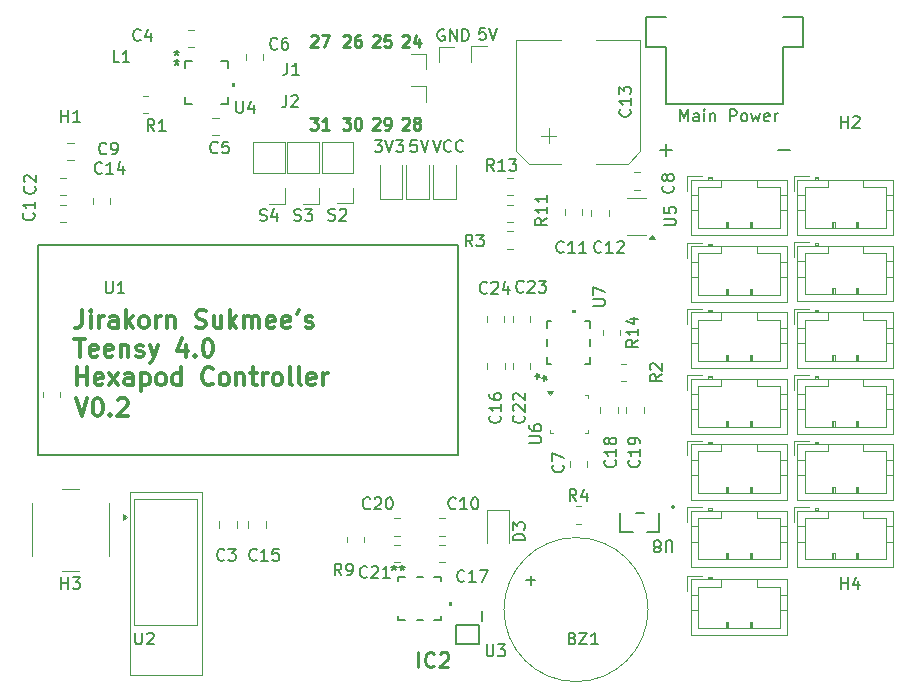
<source format=gbr>
%TF.GenerationSoftware,KiCad,Pcbnew,8.0.8*%
%TF.CreationDate,2025-01-18T14:14:55+07:00*%
%TF.ProjectId,Teensy4.0,5465656e-7379-4342-9e30-2e6b69636164,rev?*%
%TF.SameCoordinates,Original*%
%TF.FileFunction,Legend,Top*%
%TF.FilePolarity,Positive*%
%FSLAX46Y46*%
G04 Gerber Fmt 4.6, Leading zero omitted, Abs format (unit mm)*
G04 Created by KiCad (PCBNEW 8.0.8) date 2025-01-18 14:14:55*
%MOMM*%
%LPD*%
G01*
G04 APERTURE LIST*
%ADD10C,0.250000*%
%ADD11C,0.300000*%
%ADD12C,0.254000*%
%ADD13C,0.150000*%
%ADD14C,0.200000*%
%ADD15C,0.120000*%
%ADD16C,0.152400*%
%ADD17C,0.000000*%
%ADD18C,0.127000*%
G04 APERTURE END LIST*
D10*
X137104949Y-71459857D02*
X137152568Y-71412238D01*
X137152568Y-71412238D02*
X137247806Y-71364619D01*
X137247806Y-71364619D02*
X137485901Y-71364619D01*
X137485901Y-71364619D02*
X137581139Y-71412238D01*
X137581139Y-71412238D02*
X137628758Y-71459857D01*
X137628758Y-71459857D02*
X137676377Y-71555095D01*
X137676377Y-71555095D02*
X137676377Y-71650333D01*
X137676377Y-71650333D02*
X137628758Y-71793190D01*
X137628758Y-71793190D02*
X137057330Y-72364619D01*
X137057330Y-72364619D02*
X137676377Y-72364619D01*
X138533520Y-71697952D02*
X138533520Y-72364619D01*
X138295425Y-71317000D02*
X138057330Y-72031285D01*
X138057330Y-72031285D02*
X138676377Y-72031285D01*
X134604949Y-78459857D02*
X134652568Y-78412238D01*
X134652568Y-78412238D02*
X134747806Y-78364619D01*
X134747806Y-78364619D02*
X134985901Y-78364619D01*
X134985901Y-78364619D02*
X135081139Y-78412238D01*
X135081139Y-78412238D02*
X135128758Y-78459857D01*
X135128758Y-78459857D02*
X135176377Y-78555095D01*
X135176377Y-78555095D02*
X135176377Y-78650333D01*
X135176377Y-78650333D02*
X135128758Y-78793190D01*
X135128758Y-78793190D02*
X134557330Y-79364619D01*
X134557330Y-79364619D02*
X135176377Y-79364619D01*
X135652568Y-79364619D02*
X135843044Y-79364619D01*
X135843044Y-79364619D02*
X135938282Y-79317000D01*
X135938282Y-79317000D02*
X135985901Y-79269380D01*
X135985901Y-79269380D02*
X136081139Y-79126523D01*
X136081139Y-79126523D02*
X136128758Y-78936047D01*
X136128758Y-78936047D02*
X136128758Y-78555095D01*
X136128758Y-78555095D02*
X136081139Y-78459857D01*
X136081139Y-78459857D02*
X136033520Y-78412238D01*
X136033520Y-78412238D02*
X135938282Y-78364619D01*
X135938282Y-78364619D02*
X135747806Y-78364619D01*
X135747806Y-78364619D02*
X135652568Y-78412238D01*
X135652568Y-78412238D02*
X135604949Y-78459857D01*
X135604949Y-78459857D02*
X135557330Y-78555095D01*
X135557330Y-78555095D02*
X135557330Y-78793190D01*
X135557330Y-78793190D02*
X135604949Y-78888428D01*
X135604949Y-78888428D02*
X135652568Y-78936047D01*
X135652568Y-78936047D02*
X135747806Y-78983666D01*
X135747806Y-78983666D02*
X135938282Y-78983666D01*
X135938282Y-78983666D02*
X136033520Y-78936047D01*
X136033520Y-78936047D02*
X136081139Y-78888428D01*
X136081139Y-78888428D02*
X136128758Y-78793190D01*
X129307330Y-78364619D02*
X129926377Y-78364619D01*
X129926377Y-78364619D02*
X129593044Y-78745571D01*
X129593044Y-78745571D02*
X129735901Y-78745571D01*
X129735901Y-78745571D02*
X129831139Y-78793190D01*
X129831139Y-78793190D02*
X129878758Y-78840809D01*
X129878758Y-78840809D02*
X129926377Y-78936047D01*
X129926377Y-78936047D02*
X129926377Y-79174142D01*
X129926377Y-79174142D02*
X129878758Y-79269380D01*
X129878758Y-79269380D02*
X129831139Y-79317000D01*
X129831139Y-79317000D02*
X129735901Y-79364619D01*
X129735901Y-79364619D02*
X129450187Y-79364619D01*
X129450187Y-79364619D02*
X129354949Y-79317000D01*
X129354949Y-79317000D02*
X129307330Y-79269380D01*
X130878758Y-79364619D02*
X130307330Y-79364619D01*
X130593044Y-79364619D02*
X130593044Y-78364619D01*
X130593044Y-78364619D02*
X130497806Y-78507476D01*
X130497806Y-78507476D02*
X130402568Y-78602714D01*
X130402568Y-78602714D02*
X130307330Y-78650333D01*
D11*
X109440225Y-102100828D02*
X109940225Y-103600828D01*
X109940225Y-103600828D02*
X110440225Y-102100828D01*
X111225939Y-102100828D02*
X111368796Y-102100828D01*
X111368796Y-102100828D02*
X111511653Y-102172257D01*
X111511653Y-102172257D02*
X111583082Y-102243685D01*
X111583082Y-102243685D02*
X111654510Y-102386542D01*
X111654510Y-102386542D02*
X111725939Y-102672257D01*
X111725939Y-102672257D02*
X111725939Y-103029400D01*
X111725939Y-103029400D02*
X111654510Y-103315114D01*
X111654510Y-103315114D02*
X111583082Y-103457971D01*
X111583082Y-103457971D02*
X111511653Y-103529400D01*
X111511653Y-103529400D02*
X111368796Y-103600828D01*
X111368796Y-103600828D02*
X111225939Y-103600828D01*
X111225939Y-103600828D02*
X111083082Y-103529400D01*
X111083082Y-103529400D02*
X111011653Y-103457971D01*
X111011653Y-103457971D02*
X110940224Y-103315114D01*
X110940224Y-103315114D02*
X110868796Y-103029400D01*
X110868796Y-103029400D02*
X110868796Y-102672257D01*
X110868796Y-102672257D02*
X110940224Y-102386542D01*
X110940224Y-102386542D02*
X111011653Y-102243685D01*
X111011653Y-102243685D02*
X111083082Y-102172257D01*
X111083082Y-102172257D02*
X111225939Y-102100828D01*
X112368795Y-103457971D02*
X112440224Y-103529400D01*
X112440224Y-103529400D02*
X112368795Y-103600828D01*
X112368795Y-103600828D02*
X112297367Y-103529400D01*
X112297367Y-103529400D02*
X112368795Y-103457971D01*
X112368795Y-103457971D02*
X112368795Y-103600828D01*
X113011653Y-102243685D02*
X113083081Y-102172257D01*
X113083081Y-102172257D02*
X113225939Y-102100828D01*
X113225939Y-102100828D02*
X113583081Y-102100828D01*
X113583081Y-102100828D02*
X113725939Y-102172257D01*
X113725939Y-102172257D02*
X113797367Y-102243685D01*
X113797367Y-102243685D02*
X113868796Y-102386542D01*
X113868796Y-102386542D02*
X113868796Y-102529400D01*
X113868796Y-102529400D02*
X113797367Y-102743685D01*
X113797367Y-102743685D02*
X112940224Y-103600828D01*
X112940224Y-103600828D02*
X113868796Y-103600828D01*
D10*
X132104949Y-71459857D02*
X132152568Y-71412238D01*
X132152568Y-71412238D02*
X132247806Y-71364619D01*
X132247806Y-71364619D02*
X132485901Y-71364619D01*
X132485901Y-71364619D02*
X132581139Y-71412238D01*
X132581139Y-71412238D02*
X132628758Y-71459857D01*
X132628758Y-71459857D02*
X132676377Y-71555095D01*
X132676377Y-71555095D02*
X132676377Y-71650333D01*
X132676377Y-71650333D02*
X132628758Y-71793190D01*
X132628758Y-71793190D02*
X132057330Y-72364619D01*
X132057330Y-72364619D02*
X132676377Y-72364619D01*
X133533520Y-71364619D02*
X133343044Y-71364619D01*
X133343044Y-71364619D02*
X133247806Y-71412238D01*
X133247806Y-71412238D02*
X133200187Y-71459857D01*
X133200187Y-71459857D02*
X133104949Y-71602714D01*
X133104949Y-71602714D02*
X133057330Y-71793190D01*
X133057330Y-71793190D02*
X133057330Y-72174142D01*
X133057330Y-72174142D02*
X133104949Y-72269380D01*
X133104949Y-72269380D02*
X133152568Y-72317000D01*
X133152568Y-72317000D02*
X133247806Y-72364619D01*
X133247806Y-72364619D02*
X133438282Y-72364619D01*
X133438282Y-72364619D02*
X133533520Y-72317000D01*
X133533520Y-72317000D02*
X133581139Y-72269380D01*
X133581139Y-72269380D02*
X133628758Y-72174142D01*
X133628758Y-72174142D02*
X133628758Y-71936047D01*
X133628758Y-71936047D02*
X133581139Y-71840809D01*
X133581139Y-71840809D02*
X133533520Y-71793190D01*
X133533520Y-71793190D02*
X133438282Y-71745571D01*
X133438282Y-71745571D02*
X133247806Y-71745571D01*
X133247806Y-71745571D02*
X133152568Y-71793190D01*
X133152568Y-71793190D02*
X133104949Y-71840809D01*
X133104949Y-71840809D02*
X133057330Y-71936047D01*
D11*
X109983082Y-94670996D02*
X109983082Y-95742425D01*
X109983082Y-95742425D02*
X109911653Y-95956710D01*
X109911653Y-95956710D02*
X109768796Y-96099568D01*
X109768796Y-96099568D02*
X109554510Y-96170996D01*
X109554510Y-96170996D02*
X109411653Y-96170996D01*
X110697367Y-96170996D02*
X110697367Y-95170996D01*
X110697367Y-94670996D02*
X110625939Y-94742425D01*
X110625939Y-94742425D02*
X110697367Y-94813853D01*
X110697367Y-94813853D02*
X110768796Y-94742425D01*
X110768796Y-94742425D02*
X110697367Y-94670996D01*
X110697367Y-94670996D02*
X110697367Y-94813853D01*
X111411653Y-96170996D02*
X111411653Y-95170996D01*
X111411653Y-95456710D02*
X111483082Y-95313853D01*
X111483082Y-95313853D02*
X111554511Y-95242425D01*
X111554511Y-95242425D02*
X111697368Y-95170996D01*
X111697368Y-95170996D02*
X111840225Y-95170996D01*
X112983082Y-96170996D02*
X112983082Y-95385282D01*
X112983082Y-95385282D02*
X112911653Y-95242425D01*
X112911653Y-95242425D02*
X112768796Y-95170996D01*
X112768796Y-95170996D02*
X112483082Y-95170996D01*
X112483082Y-95170996D02*
X112340224Y-95242425D01*
X112983082Y-96099568D02*
X112840224Y-96170996D01*
X112840224Y-96170996D02*
X112483082Y-96170996D01*
X112483082Y-96170996D02*
X112340224Y-96099568D01*
X112340224Y-96099568D02*
X112268796Y-95956710D01*
X112268796Y-95956710D02*
X112268796Y-95813853D01*
X112268796Y-95813853D02*
X112340224Y-95670996D01*
X112340224Y-95670996D02*
X112483082Y-95599568D01*
X112483082Y-95599568D02*
X112840224Y-95599568D01*
X112840224Y-95599568D02*
X112983082Y-95528139D01*
X113697367Y-96170996D02*
X113697367Y-94670996D01*
X113840225Y-95599568D02*
X114268796Y-96170996D01*
X114268796Y-95170996D02*
X113697367Y-95742425D01*
X115125939Y-96170996D02*
X114983082Y-96099568D01*
X114983082Y-96099568D02*
X114911653Y-96028139D01*
X114911653Y-96028139D02*
X114840225Y-95885282D01*
X114840225Y-95885282D02*
X114840225Y-95456710D01*
X114840225Y-95456710D02*
X114911653Y-95313853D01*
X114911653Y-95313853D02*
X114983082Y-95242425D01*
X114983082Y-95242425D02*
X115125939Y-95170996D01*
X115125939Y-95170996D02*
X115340225Y-95170996D01*
X115340225Y-95170996D02*
X115483082Y-95242425D01*
X115483082Y-95242425D02*
X115554511Y-95313853D01*
X115554511Y-95313853D02*
X115625939Y-95456710D01*
X115625939Y-95456710D02*
X115625939Y-95885282D01*
X115625939Y-95885282D02*
X115554511Y-96028139D01*
X115554511Y-96028139D02*
X115483082Y-96099568D01*
X115483082Y-96099568D02*
X115340225Y-96170996D01*
X115340225Y-96170996D02*
X115125939Y-96170996D01*
X116268796Y-96170996D02*
X116268796Y-95170996D01*
X116268796Y-95456710D02*
X116340225Y-95313853D01*
X116340225Y-95313853D02*
X116411654Y-95242425D01*
X116411654Y-95242425D02*
X116554511Y-95170996D01*
X116554511Y-95170996D02*
X116697368Y-95170996D01*
X117197367Y-95170996D02*
X117197367Y-96170996D01*
X117197367Y-95313853D02*
X117268796Y-95242425D01*
X117268796Y-95242425D02*
X117411653Y-95170996D01*
X117411653Y-95170996D02*
X117625939Y-95170996D01*
X117625939Y-95170996D02*
X117768796Y-95242425D01*
X117768796Y-95242425D02*
X117840225Y-95385282D01*
X117840225Y-95385282D02*
X117840225Y-96170996D01*
X119625939Y-96099568D02*
X119840225Y-96170996D01*
X119840225Y-96170996D02*
X120197367Y-96170996D01*
X120197367Y-96170996D02*
X120340225Y-96099568D01*
X120340225Y-96099568D02*
X120411653Y-96028139D01*
X120411653Y-96028139D02*
X120483082Y-95885282D01*
X120483082Y-95885282D02*
X120483082Y-95742425D01*
X120483082Y-95742425D02*
X120411653Y-95599568D01*
X120411653Y-95599568D02*
X120340225Y-95528139D01*
X120340225Y-95528139D02*
X120197367Y-95456710D01*
X120197367Y-95456710D02*
X119911653Y-95385282D01*
X119911653Y-95385282D02*
X119768796Y-95313853D01*
X119768796Y-95313853D02*
X119697367Y-95242425D01*
X119697367Y-95242425D02*
X119625939Y-95099568D01*
X119625939Y-95099568D02*
X119625939Y-94956710D01*
X119625939Y-94956710D02*
X119697367Y-94813853D01*
X119697367Y-94813853D02*
X119768796Y-94742425D01*
X119768796Y-94742425D02*
X119911653Y-94670996D01*
X119911653Y-94670996D02*
X120268796Y-94670996D01*
X120268796Y-94670996D02*
X120483082Y-94742425D01*
X121768796Y-95170996D02*
X121768796Y-96170996D01*
X121125938Y-95170996D02*
X121125938Y-95956710D01*
X121125938Y-95956710D02*
X121197367Y-96099568D01*
X121197367Y-96099568D02*
X121340224Y-96170996D01*
X121340224Y-96170996D02*
X121554510Y-96170996D01*
X121554510Y-96170996D02*
X121697367Y-96099568D01*
X121697367Y-96099568D02*
X121768796Y-96028139D01*
X122483081Y-96170996D02*
X122483081Y-94670996D01*
X122625939Y-95599568D02*
X123054510Y-96170996D01*
X123054510Y-95170996D02*
X122483081Y-95742425D01*
X123697367Y-96170996D02*
X123697367Y-95170996D01*
X123697367Y-95313853D02*
X123768796Y-95242425D01*
X123768796Y-95242425D02*
X123911653Y-95170996D01*
X123911653Y-95170996D02*
X124125939Y-95170996D01*
X124125939Y-95170996D02*
X124268796Y-95242425D01*
X124268796Y-95242425D02*
X124340225Y-95385282D01*
X124340225Y-95385282D02*
X124340225Y-96170996D01*
X124340225Y-95385282D02*
X124411653Y-95242425D01*
X124411653Y-95242425D02*
X124554510Y-95170996D01*
X124554510Y-95170996D02*
X124768796Y-95170996D01*
X124768796Y-95170996D02*
X124911653Y-95242425D01*
X124911653Y-95242425D02*
X124983082Y-95385282D01*
X124983082Y-95385282D02*
X124983082Y-96170996D01*
X126268796Y-96099568D02*
X126125939Y-96170996D01*
X126125939Y-96170996D02*
X125840225Y-96170996D01*
X125840225Y-96170996D02*
X125697367Y-96099568D01*
X125697367Y-96099568D02*
X125625939Y-95956710D01*
X125625939Y-95956710D02*
X125625939Y-95385282D01*
X125625939Y-95385282D02*
X125697367Y-95242425D01*
X125697367Y-95242425D02*
X125840225Y-95170996D01*
X125840225Y-95170996D02*
X126125939Y-95170996D01*
X126125939Y-95170996D02*
X126268796Y-95242425D01*
X126268796Y-95242425D02*
X126340225Y-95385282D01*
X126340225Y-95385282D02*
X126340225Y-95528139D01*
X126340225Y-95528139D02*
X125625939Y-95670996D01*
X127554510Y-96099568D02*
X127411653Y-96170996D01*
X127411653Y-96170996D02*
X127125939Y-96170996D01*
X127125939Y-96170996D02*
X126983081Y-96099568D01*
X126983081Y-96099568D02*
X126911653Y-95956710D01*
X126911653Y-95956710D02*
X126911653Y-95385282D01*
X126911653Y-95385282D02*
X126983081Y-95242425D01*
X126983081Y-95242425D02*
X127125939Y-95170996D01*
X127125939Y-95170996D02*
X127411653Y-95170996D01*
X127411653Y-95170996D02*
X127554510Y-95242425D01*
X127554510Y-95242425D02*
X127625939Y-95385282D01*
X127625939Y-95385282D02*
X127625939Y-95528139D01*
X127625939Y-95528139D02*
X126911653Y-95670996D01*
X128340224Y-94670996D02*
X128197367Y-94956710D01*
X128911653Y-96099568D02*
X129054510Y-96170996D01*
X129054510Y-96170996D02*
X129340224Y-96170996D01*
X129340224Y-96170996D02*
X129483081Y-96099568D01*
X129483081Y-96099568D02*
X129554510Y-95956710D01*
X129554510Y-95956710D02*
X129554510Y-95885282D01*
X129554510Y-95885282D02*
X129483081Y-95742425D01*
X129483081Y-95742425D02*
X129340224Y-95670996D01*
X129340224Y-95670996D02*
X129125939Y-95670996D01*
X129125939Y-95670996D02*
X128983081Y-95599568D01*
X128983081Y-95599568D02*
X128911653Y-95456710D01*
X128911653Y-95456710D02*
X128911653Y-95385282D01*
X128911653Y-95385282D02*
X128983081Y-95242425D01*
X128983081Y-95242425D02*
X129125939Y-95170996D01*
X129125939Y-95170996D02*
X129340224Y-95170996D01*
X129340224Y-95170996D02*
X129483081Y-95242425D01*
X109340225Y-97085912D02*
X110197368Y-97085912D01*
X109768796Y-98585912D02*
X109768796Y-97085912D01*
X111268796Y-98514484D02*
X111125939Y-98585912D01*
X111125939Y-98585912D02*
X110840225Y-98585912D01*
X110840225Y-98585912D02*
X110697367Y-98514484D01*
X110697367Y-98514484D02*
X110625939Y-98371626D01*
X110625939Y-98371626D02*
X110625939Y-97800198D01*
X110625939Y-97800198D02*
X110697367Y-97657341D01*
X110697367Y-97657341D02*
X110840225Y-97585912D01*
X110840225Y-97585912D02*
X111125939Y-97585912D01*
X111125939Y-97585912D02*
X111268796Y-97657341D01*
X111268796Y-97657341D02*
X111340225Y-97800198D01*
X111340225Y-97800198D02*
X111340225Y-97943055D01*
X111340225Y-97943055D02*
X110625939Y-98085912D01*
X112554510Y-98514484D02*
X112411653Y-98585912D01*
X112411653Y-98585912D02*
X112125939Y-98585912D01*
X112125939Y-98585912D02*
X111983081Y-98514484D01*
X111983081Y-98514484D02*
X111911653Y-98371626D01*
X111911653Y-98371626D02*
X111911653Y-97800198D01*
X111911653Y-97800198D02*
X111983081Y-97657341D01*
X111983081Y-97657341D02*
X112125939Y-97585912D01*
X112125939Y-97585912D02*
X112411653Y-97585912D01*
X112411653Y-97585912D02*
X112554510Y-97657341D01*
X112554510Y-97657341D02*
X112625939Y-97800198D01*
X112625939Y-97800198D02*
X112625939Y-97943055D01*
X112625939Y-97943055D02*
X111911653Y-98085912D01*
X113268795Y-97585912D02*
X113268795Y-98585912D01*
X113268795Y-97728769D02*
X113340224Y-97657341D01*
X113340224Y-97657341D02*
X113483081Y-97585912D01*
X113483081Y-97585912D02*
X113697367Y-97585912D01*
X113697367Y-97585912D02*
X113840224Y-97657341D01*
X113840224Y-97657341D02*
X113911653Y-97800198D01*
X113911653Y-97800198D02*
X113911653Y-98585912D01*
X114554510Y-98514484D02*
X114697367Y-98585912D01*
X114697367Y-98585912D02*
X114983081Y-98585912D01*
X114983081Y-98585912D02*
X115125938Y-98514484D01*
X115125938Y-98514484D02*
X115197367Y-98371626D01*
X115197367Y-98371626D02*
X115197367Y-98300198D01*
X115197367Y-98300198D02*
X115125938Y-98157341D01*
X115125938Y-98157341D02*
X114983081Y-98085912D01*
X114983081Y-98085912D02*
X114768796Y-98085912D01*
X114768796Y-98085912D02*
X114625938Y-98014484D01*
X114625938Y-98014484D02*
X114554510Y-97871626D01*
X114554510Y-97871626D02*
X114554510Y-97800198D01*
X114554510Y-97800198D02*
X114625938Y-97657341D01*
X114625938Y-97657341D02*
X114768796Y-97585912D01*
X114768796Y-97585912D02*
X114983081Y-97585912D01*
X114983081Y-97585912D02*
X115125938Y-97657341D01*
X115697367Y-97585912D02*
X116054510Y-98585912D01*
X116411653Y-97585912D02*
X116054510Y-98585912D01*
X116054510Y-98585912D02*
X115911653Y-98943055D01*
X115911653Y-98943055D02*
X115840224Y-99014484D01*
X115840224Y-99014484D02*
X115697367Y-99085912D01*
X118768796Y-97585912D02*
X118768796Y-98585912D01*
X118411653Y-97014484D02*
X118054510Y-98085912D01*
X118054510Y-98085912D02*
X118983081Y-98085912D01*
X119554509Y-98443055D02*
X119625938Y-98514484D01*
X119625938Y-98514484D02*
X119554509Y-98585912D01*
X119554509Y-98585912D02*
X119483081Y-98514484D01*
X119483081Y-98514484D02*
X119554509Y-98443055D01*
X119554509Y-98443055D02*
X119554509Y-98585912D01*
X120554510Y-97085912D02*
X120697367Y-97085912D01*
X120697367Y-97085912D02*
X120840224Y-97157341D01*
X120840224Y-97157341D02*
X120911653Y-97228769D01*
X120911653Y-97228769D02*
X120983081Y-97371626D01*
X120983081Y-97371626D02*
X121054510Y-97657341D01*
X121054510Y-97657341D02*
X121054510Y-98014484D01*
X121054510Y-98014484D02*
X120983081Y-98300198D01*
X120983081Y-98300198D02*
X120911653Y-98443055D01*
X120911653Y-98443055D02*
X120840224Y-98514484D01*
X120840224Y-98514484D02*
X120697367Y-98585912D01*
X120697367Y-98585912D02*
X120554510Y-98585912D01*
X120554510Y-98585912D02*
X120411653Y-98514484D01*
X120411653Y-98514484D02*
X120340224Y-98443055D01*
X120340224Y-98443055D02*
X120268795Y-98300198D01*
X120268795Y-98300198D02*
X120197367Y-98014484D01*
X120197367Y-98014484D02*
X120197367Y-97657341D01*
X120197367Y-97657341D02*
X120268795Y-97371626D01*
X120268795Y-97371626D02*
X120340224Y-97228769D01*
X120340224Y-97228769D02*
X120411653Y-97157341D01*
X120411653Y-97157341D02*
X120554510Y-97085912D01*
X109554510Y-101000828D02*
X109554510Y-99500828D01*
X109554510Y-100215114D02*
X110411653Y-100215114D01*
X110411653Y-101000828D02*
X110411653Y-99500828D01*
X111697368Y-100929400D02*
X111554511Y-101000828D01*
X111554511Y-101000828D02*
X111268797Y-101000828D01*
X111268797Y-101000828D02*
X111125939Y-100929400D01*
X111125939Y-100929400D02*
X111054511Y-100786542D01*
X111054511Y-100786542D02*
X111054511Y-100215114D01*
X111054511Y-100215114D02*
X111125939Y-100072257D01*
X111125939Y-100072257D02*
X111268797Y-100000828D01*
X111268797Y-100000828D02*
X111554511Y-100000828D01*
X111554511Y-100000828D02*
X111697368Y-100072257D01*
X111697368Y-100072257D02*
X111768797Y-100215114D01*
X111768797Y-100215114D02*
X111768797Y-100357971D01*
X111768797Y-100357971D02*
X111054511Y-100500828D01*
X112268796Y-101000828D02*
X113054511Y-100000828D01*
X112268796Y-100000828D02*
X113054511Y-101000828D01*
X114268797Y-101000828D02*
X114268797Y-100215114D01*
X114268797Y-100215114D02*
X114197368Y-100072257D01*
X114197368Y-100072257D02*
X114054511Y-100000828D01*
X114054511Y-100000828D02*
X113768797Y-100000828D01*
X113768797Y-100000828D02*
X113625939Y-100072257D01*
X114268797Y-100929400D02*
X114125939Y-101000828D01*
X114125939Y-101000828D02*
X113768797Y-101000828D01*
X113768797Y-101000828D02*
X113625939Y-100929400D01*
X113625939Y-100929400D02*
X113554511Y-100786542D01*
X113554511Y-100786542D02*
X113554511Y-100643685D01*
X113554511Y-100643685D02*
X113625939Y-100500828D01*
X113625939Y-100500828D02*
X113768797Y-100429400D01*
X113768797Y-100429400D02*
X114125939Y-100429400D01*
X114125939Y-100429400D02*
X114268797Y-100357971D01*
X114983082Y-100000828D02*
X114983082Y-101500828D01*
X114983082Y-100072257D02*
X115125940Y-100000828D01*
X115125940Y-100000828D02*
X115411654Y-100000828D01*
X115411654Y-100000828D02*
X115554511Y-100072257D01*
X115554511Y-100072257D02*
X115625940Y-100143685D01*
X115625940Y-100143685D02*
X115697368Y-100286542D01*
X115697368Y-100286542D02*
X115697368Y-100715114D01*
X115697368Y-100715114D02*
X115625940Y-100857971D01*
X115625940Y-100857971D02*
X115554511Y-100929400D01*
X115554511Y-100929400D02*
X115411654Y-101000828D01*
X115411654Y-101000828D02*
X115125940Y-101000828D01*
X115125940Y-101000828D02*
X114983082Y-100929400D01*
X116554511Y-101000828D02*
X116411654Y-100929400D01*
X116411654Y-100929400D02*
X116340225Y-100857971D01*
X116340225Y-100857971D02*
X116268797Y-100715114D01*
X116268797Y-100715114D02*
X116268797Y-100286542D01*
X116268797Y-100286542D02*
X116340225Y-100143685D01*
X116340225Y-100143685D02*
X116411654Y-100072257D01*
X116411654Y-100072257D02*
X116554511Y-100000828D01*
X116554511Y-100000828D02*
X116768797Y-100000828D01*
X116768797Y-100000828D02*
X116911654Y-100072257D01*
X116911654Y-100072257D02*
X116983083Y-100143685D01*
X116983083Y-100143685D02*
X117054511Y-100286542D01*
X117054511Y-100286542D02*
X117054511Y-100715114D01*
X117054511Y-100715114D02*
X116983083Y-100857971D01*
X116983083Y-100857971D02*
X116911654Y-100929400D01*
X116911654Y-100929400D02*
X116768797Y-101000828D01*
X116768797Y-101000828D02*
X116554511Y-101000828D01*
X118340226Y-101000828D02*
X118340226Y-99500828D01*
X118340226Y-100929400D02*
X118197368Y-101000828D01*
X118197368Y-101000828D02*
X117911654Y-101000828D01*
X117911654Y-101000828D02*
X117768797Y-100929400D01*
X117768797Y-100929400D02*
X117697368Y-100857971D01*
X117697368Y-100857971D02*
X117625940Y-100715114D01*
X117625940Y-100715114D02*
X117625940Y-100286542D01*
X117625940Y-100286542D02*
X117697368Y-100143685D01*
X117697368Y-100143685D02*
X117768797Y-100072257D01*
X117768797Y-100072257D02*
X117911654Y-100000828D01*
X117911654Y-100000828D02*
X118197368Y-100000828D01*
X118197368Y-100000828D02*
X118340226Y-100072257D01*
X121054511Y-100857971D02*
X120983083Y-100929400D01*
X120983083Y-100929400D02*
X120768797Y-101000828D01*
X120768797Y-101000828D02*
X120625940Y-101000828D01*
X120625940Y-101000828D02*
X120411654Y-100929400D01*
X120411654Y-100929400D02*
X120268797Y-100786542D01*
X120268797Y-100786542D02*
X120197368Y-100643685D01*
X120197368Y-100643685D02*
X120125940Y-100357971D01*
X120125940Y-100357971D02*
X120125940Y-100143685D01*
X120125940Y-100143685D02*
X120197368Y-99857971D01*
X120197368Y-99857971D02*
X120268797Y-99715114D01*
X120268797Y-99715114D02*
X120411654Y-99572257D01*
X120411654Y-99572257D02*
X120625940Y-99500828D01*
X120625940Y-99500828D02*
X120768797Y-99500828D01*
X120768797Y-99500828D02*
X120983083Y-99572257D01*
X120983083Y-99572257D02*
X121054511Y-99643685D01*
X121911654Y-101000828D02*
X121768797Y-100929400D01*
X121768797Y-100929400D02*
X121697368Y-100857971D01*
X121697368Y-100857971D02*
X121625940Y-100715114D01*
X121625940Y-100715114D02*
X121625940Y-100286542D01*
X121625940Y-100286542D02*
X121697368Y-100143685D01*
X121697368Y-100143685D02*
X121768797Y-100072257D01*
X121768797Y-100072257D02*
X121911654Y-100000828D01*
X121911654Y-100000828D02*
X122125940Y-100000828D01*
X122125940Y-100000828D02*
X122268797Y-100072257D01*
X122268797Y-100072257D02*
X122340226Y-100143685D01*
X122340226Y-100143685D02*
X122411654Y-100286542D01*
X122411654Y-100286542D02*
X122411654Y-100715114D01*
X122411654Y-100715114D02*
X122340226Y-100857971D01*
X122340226Y-100857971D02*
X122268797Y-100929400D01*
X122268797Y-100929400D02*
X122125940Y-101000828D01*
X122125940Y-101000828D02*
X121911654Y-101000828D01*
X123054511Y-100000828D02*
X123054511Y-101000828D01*
X123054511Y-100143685D02*
X123125940Y-100072257D01*
X123125940Y-100072257D02*
X123268797Y-100000828D01*
X123268797Y-100000828D02*
X123483083Y-100000828D01*
X123483083Y-100000828D02*
X123625940Y-100072257D01*
X123625940Y-100072257D02*
X123697369Y-100215114D01*
X123697369Y-100215114D02*
X123697369Y-101000828D01*
X124197369Y-100000828D02*
X124768797Y-100000828D01*
X124411654Y-99500828D02*
X124411654Y-100786542D01*
X124411654Y-100786542D02*
X124483083Y-100929400D01*
X124483083Y-100929400D02*
X124625940Y-101000828D01*
X124625940Y-101000828D02*
X124768797Y-101000828D01*
X125268797Y-101000828D02*
X125268797Y-100000828D01*
X125268797Y-100286542D02*
X125340226Y-100143685D01*
X125340226Y-100143685D02*
X125411655Y-100072257D01*
X125411655Y-100072257D02*
X125554512Y-100000828D01*
X125554512Y-100000828D02*
X125697369Y-100000828D01*
X126411654Y-101000828D02*
X126268797Y-100929400D01*
X126268797Y-100929400D02*
X126197368Y-100857971D01*
X126197368Y-100857971D02*
X126125940Y-100715114D01*
X126125940Y-100715114D02*
X126125940Y-100286542D01*
X126125940Y-100286542D02*
X126197368Y-100143685D01*
X126197368Y-100143685D02*
X126268797Y-100072257D01*
X126268797Y-100072257D02*
X126411654Y-100000828D01*
X126411654Y-100000828D02*
X126625940Y-100000828D01*
X126625940Y-100000828D02*
X126768797Y-100072257D01*
X126768797Y-100072257D02*
X126840226Y-100143685D01*
X126840226Y-100143685D02*
X126911654Y-100286542D01*
X126911654Y-100286542D02*
X126911654Y-100715114D01*
X126911654Y-100715114D02*
X126840226Y-100857971D01*
X126840226Y-100857971D02*
X126768797Y-100929400D01*
X126768797Y-100929400D02*
X126625940Y-101000828D01*
X126625940Y-101000828D02*
X126411654Y-101000828D01*
X127768797Y-101000828D02*
X127625940Y-100929400D01*
X127625940Y-100929400D02*
X127554511Y-100786542D01*
X127554511Y-100786542D02*
X127554511Y-99500828D01*
X128554511Y-101000828D02*
X128411654Y-100929400D01*
X128411654Y-100929400D02*
X128340225Y-100786542D01*
X128340225Y-100786542D02*
X128340225Y-99500828D01*
X129697368Y-100929400D02*
X129554511Y-101000828D01*
X129554511Y-101000828D02*
X129268797Y-101000828D01*
X129268797Y-101000828D02*
X129125939Y-100929400D01*
X129125939Y-100929400D02*
X129054511Y-100786542D01*
X129054511Y-100786542D02*
X129054511Y-100215114D01*
X129054511Y-100215114D02*
X129125939Y-100072257D01*
X129125939Y-100072257D02*
X129268797Y-100000828D01*
X129268797Y-100000828D02*
X129554511Y-100000828D01*
X129554511Y-100000828D02*
X129697368Y-100072257D01*
X129697368Y-100072257D02*
X129768797Y-100215114D01*
X129768797Y-100215114D02*
X129768797Y-100357971D01*
X129768797Y-100357971D02*
X129054511Y-100500828D01*
X130411653Y-101000828D02*
X130411653Y-100000828D01*
X130411653Y-100286542D02*
X130483082Y-100143685D01*
X130483082Y-100143685D02*
X130554511Y-100072257D01*
X130554511Y-100072257D02*
X130697368Y-100000828D01*
X130697368Y-100000828D02*
X130840225Y-100000828D01*
D10*
X137104949Y-78459857D02*
X137152568Y-78412238D01*
X137152568Y-78412238D02*
X137247806Y-78364619D01*
X137247806Y-78364619D02*
X137485901Y-78364619D01*
X137485901Y-78364619D02*
X137581139Y-78412238D01*
X137581139Y-78412238D02*
X137628758Y-78459857D01*
X137628758Y-78459857D02*
X137676377Y-78555095D01*
X137676377Y-78555095D02*
X137676377Y-78650333D01*
X137676377Y-78650333D02*
X137628758Y-78793190D01*
X137628758Y-78793190D02*
X137057330Y-79364619D01*
X137057330Y-79364619D02*
X137676377Y-79364619D01*
X138247806Y-78793190D02*
X138152568Y-78745571D01*
X138152568Y-78745571D02*
X138104949Y-78697952D01*
X138104949Y-78697952D02*
X138057330Y-78602714D01*
X138057330Y-78602714D02*
X138057330Y-78555095D01*
X138057330Y-78555095D02*
X138104949Y-78459857D01*
X138104949Y-78459857D02*
X138152568Y-78412238D01*
X138152568Y-78412238D02*
X138247806Y-78364619D01*
X138247806Y-78364619D02*
X138438282Y-78364619D01*
X138438282Y-78364619D02*
X138533520Y-78412238D01*
X138533520Y-78412238D02*
X138581139Y-78459857D01*
X138581139Y-78459857D02*
X138628758Y-78555095D01*
X138628758Y-78555095D02*
X138628758Y-78602714D01*
X138628758Y-78602714D02*
X138581139Y-78697952D01*
X138581139Y-78697952D02*
X138533520Y-78745571D01*
X138533520Y-78745571D02*
X138438282Y-78793190D01*
X138438282Y-78793190D02*
X138247806Y-78793190D01*
X138247806Y-78793190D02*
X138152568Y-78840809D01*
X138152568Y-78840809D02*
X138104949Y-78888428D01*
X138104949Y-78888428D02*
X138057330Y-78983666D01*
X138057330Y-78983666D02*
X138057330Y-79174142D01*
X138057330Y-79174142D02*
X138104949Y-79269380D01*
X138104949Y-79269380D02*
X138152568Y-79317000D01*
X138152568Y-79317000D02*
X138247806Y-79364619D01*
X138247806Y-79364619D02*
X138438282Y-79364619D01*
X138438282Y-79364619D02*
X138533520Y-79317000D01*
X138533520Y-79317000D02*
X138581139Y-79269380D01*
X138581139Y-79269380D02*
X138628758Y-79174142D01*
X138628758Y-79174142D02*
X138628758Y-78983666D01*
X138628758Y-78983666D02*
X138581139Y-78888428D01*
X138581139Y-78888428D02*
X138533520Y-78840809D01*
X138533520Y-78840809D02*
X138438282Y-78793190D01*
X132057330Y-78364619D02*
X132676377Y-78364619D01*
X132676377Y-78364619D02*
X132343044Y-78745571D01*
X132343044Y-78745571D02*
X132485901Y-78745571D01*
X132485901Y-78745571D02*
X132581139Y-78793190D01*
X132581139Y-78793190D02*
X132628758Y-78840809D01*
X132628758Y-78840809D02*
X132676377Y-78936047D01*
X132676377Y-78936047D02*
X132676377Y-79174142D01*
X132676377Y-79174142D02*
X132628758Y-79269380D01*
X132628758Y-79269380D02*
X132581139Y-79317000D01*
X132581139Y-79317000D02*
X132485901Y-79364619D01*
X132485901Y-79364619D02*
X132200187Y-79364619D01*
X132200187Y-79364619D02*
X132104949Y-79317000D01*
X132104949Y-79317000D02*
X132057330Y-79269380D01*
X133295425Y-78364619D02*
X133390663Y-78364619D01*
X133390663Y-78364619D02*
X133485901Y-78412238D01*
X133485901Y-78412238D02*
X133533520Y-78459857D01*
X133533520Y-78459857D02*
X133581139Y-78555095D01*
X133581139Y-78555095D02*
X133628758Y-78745571D01*
X133628758Y-78745571D02*
X133628758Y-78983666D01*
X133628758Y-78983666D02*
X133581139Y-79174142D01*
X133581139Y-79174142D02*
X133533520Y-79269380D01*
X133533520Y-79269380D02*
X133485901Y-79317000D01*
X133485901Y-79317000D02*
X133390663Y-79364619D01*
X133390663Y-79364619D02*
X133295425Y-79364619D01*
X133295425Y-79364619D02*
X133200187Y-79317000D01*
X133200187Y-79317000D02*
X133152568Y-79269380D01*
X133152568Y-79269380D02*
X133104949Y-79174142D01*
X133104949Y-79174142D02*
X133057330Y-78983666D01*
X133057330Y-78983666D02*
X133057330Y-78745571D01*
X133057330Y-78745571D02*
X133104949Y-78555095D01*
X133104949Y-78555095D02*
X133152568Y-78459857D01*
X133152568Y-78459857D02*
X133200187Y-78412238D01*
X133200187Y-78412238D02*
X133295425Y-78364619D01*
X134604949Y-71459857D02*
X134652568Y-71412238D01*
X134652568Y-71412238D02*
X134747806Y-71364619D01*
X134747806Y-71364619D02*
X134985901Y-71364619D01*
X134985901Y-71364619D02*
X135081139Y-71412238D01*
X135081139Y-71412238D02*
X135128758Y-71459857D01*
X135128758Y-71459857D02*
X135176377Y-71555095D01*
X135176377Y-71555095D02*
X135176377Y-71650333D01*
X135176377Y-71650333D02*
X135128758Y-71793190D01*
X135128758Y-71793190D02*
X134557330Y-72364619D01*
X134557330Y-72364619D02*
X135176377Y-72364619D01*
X136081139Y-71364619D02*
X135604949Y-71364619D01*
X135604949Y-71364619D02*
X135557330Y-71840809D01*
X135557330Y-71840809D02*
X135604949Y-71793190D01*
X135604949Y-71793190D02*
X135700187Y-71745571D01*
X135700187Y-71745571D02*
X135938282Y-71745571D01*
X135938282Y-71745571D02*
X136033520Y-71793190D01*
X136033520Y-71793190D02*
X136081139Y-71840809D01*
X136081139Y-71840809D02*
X136128758Y-71936047D01*
X136128758Y-71936047D02*
X136128758Y-72174142D01*
X136128758Y-72174142D02*
X136081139Y-72269380D01*
X136081139Y-72269380D02*
X136033520Y-72317000D01*
X136033520Y-72317000D02*
X135938282Y-72364619D01*
X135938282Y-72364619D02*
X135700187Y-72364619D01*
X135700187Y-72364619D02*
X135604949Y-72317000D01*
X135604949Y-72317000D02*
X135557330Y-72269380D01*
X129354949Y-71459857D02*
X129402568Y-71412238D01*
X129402568Y-71412238D02*
X129497806Y-71364619D01*
X129497806Y-71364619D02*
X129735901Y-71364619D01*
X129735901Y-71364619D02*
X129831139Y-71412238D01*
X129831139Y-71412238D02*
X129878758Y-71459857D01*
X129878758Y-71459857D02*
X129926377Y-71555095D01*
X129926377Y-71555095D02*
X129926377Y-71650333D01*
X129926377Y-71650333D02*
X129878758Y-71793190D01*
X129878758Y-71793190D02*
X129307330Y-72364619D01*
X129307330Y-72364619D02*
X129926377Y-72364619D01*
X130259711Y-71364619D02*
X130926377Y-71364619D01*
X130926377Y-71364619D02*
X130497806Y-72364619D01*
D12*
X138460237Y-124874318D02*
X138460237Y-123604318D01*
X139790714Y-124753365D02*
X139730238Y-124813842D01*
X139730238Y-124813842D02*
X139548809Y-124874318D01*
X139548809Y-124874318D02*
X139427857Y-124874318D01*
X139427857Y-124874318D02*
X139246428Y-124813842D01*
X139246428Y-124813842D02*
X139125476Y-124692889D01*
X139125476Y-124692889D02*
X139064999Y-124571937D01*
X139064999Y-124571937D02*
X139004523Y-124330032D01*
X139004523Y-124330032D02*
X139004523Y-124148603D01*
X139004523Y-124148603D02*
X139064999Y-123906699D01*
X139064999Y-123906699D02*
X139125476Y-123785746D01*
X139125476Y-123785746D02*
X139246428Y-123664794D01*
X139246428Y-123664794D02*
X139427857Y-123604318D01*
X139427857Y-123604318D02*
X139548809Y-123604318D01*
X139548809Y-123604318D02*
X139730238Y-123664794D01*
X139730238Y-123664794D02*
X139790714Y-123725270D01*
X140274523Y-123725270D02*
X140334999Y-123664794D01*
X140334999Y-123664794D02*
X140455952Y-123604318D01*
X140455952Y-123604318D02*
X140758333Y-123604318D01*
X140758333Y-123604318D02*
X140879285Y-123664794D01*
X140879285Y-123664794D02*
X140939761Y-123725270D01*
X140939761Y-123725270D02*
X141000238Y-123846222D01*
X141000238Y-123846222D02*
X141000238Y-123967175D01*
X141000238Y-123967175D02*
X140939761Y-124148603D01*
X140939761Y-124148603D02*
X140214047Y-124874318D01*
X140214047Y-124874318D02*
X141000238Y-124874318D01*
D13*
X151519047Y-122431009D02*
X151661904Y-122478628D01*
X151661904Y-122478628D02*
X151709523Y-122526247D01*
X151709523Y-122526247D02*
X151757142Y-122621485D01*
X151757142Y-122621485D02*
X151757142Y-122764342D01*
X151757142Y-122764342D02*
X151709523Y-122859580D01*
X151709523Y-122859580D02*
X151661904Y-122907200D01*
X151661904Y-122907200D02*
X151566666Y-122954819D01*
X151566666Y-122954819D02*
X151185714Y-122954819D01*
X151185714Y-122954819D02*
X151185714Y-121954819D01*
X151185714Y-121954819D02*
X151519047Y-121954819D01*
X151519047Y-121954819D02*
X151614285Y-122002438D01*
X151614285Y-122002438D02*
X151661904Y-122050057D01*
X151661904Y-122050057D02*
X151709523Y-122145295D01*
X151709523Y-122145295D02*
X151709523Y-122240533D01*
X151709523Y-122240533D02*
X151661904Y-122335771D01*
X151661904Y-122335771D02*
X151614285Y-122383390D01*
X151614285Y-122383390D02*
X151519047Y-122431009D01*
X151519047Y-122431009D02*
X151185714Y-122431009D01*
X152090476Y-121954819D02*
X152757142Y-121954819D01*
X152757142Y-121954819D02*
X152090476Y-122954819D01*
X152090476Y-122954819D02*
X152757142Y-122954819D01*
X153661904Y-122954819D02*
X153090476Y-122954819D01*
X153376190Y-122954819D02*
X153376190Y-121954819D01*
X153376190Y-121954819D02*
X153280952Y-122097676D01*
X153280952Y-122097676D02*
X153185714Y-122192914D01*
X153185714Y-122192914D02*
X153090476Y-122240533D01*
X147609048Y-117533866D02*
X148370953Y-117533866D01*
X147990000Y-117914819D02*
X147990000Y-117152914D01*
X174238095Y-79204819D02*
X174238095Y-78204819D01*
X174238095Y-78681009D02*
X174809523Y-78681009D01*
X174809523Y-79204819D02*
X174809523Y-78204819D01*
X175238095Y-78300057D02*
X175285714Y-78252438D01*
X175285714Y-78252438D02*
X175380952Y-78204819D01*
X175380952Y-78204819D02*
X175619047Y-78204819D01*
X175619047Y-78204819D02*
X175714285Y-78252438D01*
X175714285Y-78252438D02*
X175761904Y-78300057D01*
X175761904Y-78300057D02*
X175809523Y-78395295D01*
X175809523Y-78395295D02*
X175809523Y-78490533D01*
X175809523Y-78490533D02*
X175761904Y-78633390D01*
X175761904Y-78633390D02*
X175190476Y-79204819D01*
X175190476Y-79204819D02*
X175809523Y-79204819D01*
X144257142Y-93159580D02*
X144209523Y-93207200D01*
X144209523Y-93207200D02*
X144066666Y-93254819D01*
X144066666Y-93254819D02*
X143971428Y-93254819D01*
X143971428Y-93254819D02*
X143828571Y-93207200D01*
X143828571Y-93207200D02*
X143733333Y-93111961D01*
X143733333Y-93111961D02*
X143685714Y-93016723D01*
X143685714Y-93016723D02*
X143638095Y-92826247D01*
X143638095Y-92826247D02*
X143638095Y-92683390D01*
X143638095Y-92683390D02*
X143685714Y-92492914D01*
X143685714Y-92492914D02*
X143733333Y-92397676D01*
X143733333Y-92397676D02*
X143828571Y-92302438D01*
X143828571Y-92302438D02*
X143971428Y-92254819D01*
X143971428Y-92254819D02*
X144066666Y-92254819D01*
X144066666Y-92254819D02*
X144209523Y-92302438D01*
X144209523Y-92302438D02*
X144257142Y-92350057D01*
X144638095Y-92350057D02*
X144685714Y-92302438D01*
X144685714Y-92302438D02*
X144780952Y-92254819D01*
X144780952Y-92254819D02*
X145019047Y-92254819D01*
X145019047Y-92254819D02*
X145114285Y-92302438D01*
X145114285Y-92302438D02*
X145161904Y-92350057D01*
X145161904Y-92350057D02*
X145209523Y-92445295D01*
X145209523Y-92445295D02*
X145209523Y-92540533D01*
X145209523Y-92540533D02*
X145161904Y-92683390D01*
X145161904Y-92683390D02*
X144590476Y-93254819D01*
X144590476Y-93254819D02*
X145209523Y-93254819D01*
X146066666Y-92588152D02*
X146066666Y-93254819D01*
X145828571Y-92207200D02*
X145590476Y-92921485D01*
X145590476Y-92921485D02*
X146209523Y-92921485D01*
X127366666Y-73704819D02*
X127366666Y-74419104D01*
X127366666Y-74419104D02*
X127319047Y-74561961D01*
X127319047Y-74561961D02*
X127223809Y-74657200D01*
X127223809Y-74657200D02*
X127080952Y-74704819D01*
X127080952Y-74704819D02*
X126985714Y-74704819D01*
X128366666Y-74704819D02*
X127795238Y-74704819D01*
X128080952Y-74704819D02*
X128080952Y-73704819D01*
X128080952Y-73704819D02*
X127985714Y-73847676D01*
X127985714Y-73847676D02*
X127890476Y-73942914D01*
X127890476Y-73942914D02*
X127795238Y-73990533D01*
X147357142Y-93059580D02*
X147309523Y-93107200D01*
X147309523Y-93107200D02*
X147166666Y-93154819D01*
X147166666Y-93154819D02*
X147071428Y-93154819D01*
X147071428Y-93154819D02*
X146928571Y-93107200D01*
X146928571Y-93107200D02*
X146833333Y-93011961D01*
X146833333Y-93011961D02*
X146785714Y-92916723D01*
X146785714Y-92916723D02*
X146738095Y-92726247D01*
X146738095Y-92726247D02*
X146738095Y-92583390D01*
X146738095Y-92583390D02*
X146785714Y-92392914D01*
X146785714Y-92392914D02*
X146833333Y-92297676D01*
X146833333Y-92297676D02*
X146928571Y-92202438D01*
X146928571Y-92202438D02*
X147071428Y-92154819D01*
X147071428Y-92154819D02*
X147166666Y-92154819D01*
X147166666Y-92154819D02*
X147309523Y-92202438D01*
X147309523Y-92202438D02*
X147357142Y-92250057D01*
X147738095Y-92250057D02*
X147785714Y-92202438D01*
X147785714Y-92202438D02*
X147880952Y-92154819D01*
X147880952Y-92154819D02*
X148119047Y-92154819D01*
X148119047Y-92154819D02*
X148214285Y-92202438D01*
X148214285Y-92202438D02*
X148261904Y-92250057D01*
X148261904Y-92250057D02*
X148309523Y-92345295D01*
X148309523Y-92345295D02*
X148309523Y-92440533D01*
X148309523Y-92440533D02*
X148261904Y-92583390D01*
X148261904Y-92583390D02*
X147690476Y-93154819D01*
X147690476Y-93154819D02*
X148309523Y-93154819D01*
X148642857Y-92154819D02*
X149261904Y-92154819D01*
X149261904Y-92154819D02*
X148928571Y-92535771D01*
X148928571Y-92535771D02*
X149071428Y-92535771D01*
X149071428Y-92535771D02*
X149166666Y-92583390D01*
X149166666Y-92583390D02*
X149214285Y-92631009D01*
X149214285Y-92631009D02*
X149261904Y-92726247D01*
X149261904Y-92726247D02*
X149261904Y-92964342D01*
X149261904Y-92964342D02*
X149214285Y-93059580D01*
X149214285Y-93059580D02*
X149166666Y-93107200D01*
X149166666Y-93107200D02*
X149071428Y-93154819D01*
X149071428Y-93154819D02*
X148785714Y-93154819D01*
X148785714Y-93154819D02*
X148690476Y-93107200D01*
X148690476Y-93107200D02*
X148642857Y-93059580D01*
X149354819Y-86842857D02*
X148878628Y-87176190D01*
X149354819Y-87414285D02*
X148354819Y-87414285D01*
X148354819Y-87414285D02*
X148354819Y-87033333D01*
X148354819Y-87033333D02*
X148402438Y-86938095D01*
X148402438Y-86938095D02*
X148450057Y-86890476D01*
X148450057Y-86890476D02*
X148545295Y-86842857D01*
X148545295Y-86842857D02*
X148688152Y-86842857D01*
X148688152Y-86842857D02*
X148783390Y-86890476D01*
X148783390Y-86890476D02*
X148831009Y-86938095D01*
X148831009Y-86938095D02*
X148878628Y-87033333D01*
X148878628Y-87033333D02*
X148878628Y-87414285D01*
X149354819Y-85890476D02*
X149354819Y-86461904D01*
X149354819Y-86176190D02*
X148354819Y-86176190D01*
X148354819Y-86176190D02*
X148497676Y-86271428D01*
X148497676Y-86271428D02*
X148592914Y-86366666D01*
X148592914Y-86366666D02*
X148640533Y-86461904D01*
X149354819Y-84938095D02*
X149354819Y-85509523D01*
X149354819Y-85223809D02*
X148354819Y-85223809D01*
X148354819Y-85223809D02*
X148497676Y-85319047D01*
X148497676Y-85319047D02*
X148592914Y-85414285D01*
X148592914Y-85414285D02*
X148640533Y-85509523D01*
X108238095Y-78704819D02*
X108238095Y-77704819D01*
X108238095Y-78181009D02*
X108809523Y-78181009D01*
X108809523Y-78704819D02*
X108809523Y-77704819D01*
X109809523Y-78704819D02*
X109238095Y-78704819D01*
X109523809Y-78704819D02*
X109523809Y-77704819D01*
X109523809Y-77704819D02*
X109428571Y-77847676D01*
X109428571Y-77847676D02*
X109333333Y-77942914D01*
X109333333Y-77942914D02*
X109238095Y-77990533D01*
X116107051Y-79479821D02*
X115773718Y-79003630D01*
X115535623Y-79479821D02*
X115535623Y-78479821D01*
X115535623Y-78479821D02*
X115916575Y-78479821D01*
X115916575Y-78479821D02*
X116011813Y-78527440D01*
X116011813Y-78527440D02*
X116059432Y-78575059D01*
X116059432Y-78575059D02*
X116107051Y-78670297D01*
X116107051Y-78670297D02*
X116107051Y-78813154D01*
X116107051Y-78813154D02*
X116059432Y-78908392D01*
X116059432Y-78908392D02*
X116011813Y-78956011D01*
X116011813Y-78956011D02*
X115916575Y-79003630D01*
X115916575Y-79003630D02*
X115535623Y-79003630D01*
X117059432Y-79479821D02*
X116488004Y-79479821D01*
X116773718Y-79479821D02*
X116773718Y-78479821D01*
X116773718Y-78479821D02*
X116678480Y-78622678D01*
X116678480Y-78622678D02*
X116583242Y-78717916D01*
X116583242Y-78717916D02*
X116488004Y-78765535D01*
X159054819Y-100091666D02*
X158578628Y-100424999D01*
X159054819Y-100663094D02*
X158054819Y-100663094D01*
X158054819Y-100663094D02*
X158054819Y-100282142D01*
X158054819Y-100282142D02*
X158102438Y-100186904D01*
X158102438Y-100186904D02*
X158150057Y-100139285D01*
X158150057Y-100139285D02*
X158245295Y-100091666D01*
X158245295Y-100091666D02*
X158388152Y-100091666D01*
X158388152Y-100091666D02*
X158483390Y-100139285D01*
X158483390Y-100139285D02*
X158531009Y-100186904D01*
X158531009Y-100186904D02*
X158578628Y-100282142D01*
X158578628Y-100282142D02*
X158578628Y-100663094D01*
X158150057Y-99710713D02*
X158102438Y-99663094D01*
X158102438Y-99663094D02*
X158054819Y-99567856D01*
X158054819Y-99567856D02*
X158054819Y-99329761D01*
X158054819Y-99329761D02*
X158102438Y-99234523D01*
X158102438Y-99234523D02*
X158150057Y-99186904D01*
X158150057Y-99186904D02*
X158245295Y-99139285D01*
X158245295Y-99139285D02*
X158340533Y-99139285D01*
X158340533Y-99139285D02*
X158483390Y-99186904D01*
X158483390Y-99186904D02*
X159054819Y-99758332D01*
X159054819Y-99758332D02*
X159054819Y-99139285D01*
X142357142Y-117559580D02*
X142309523Y-117607200D01*
X142309523Y-117607200D02*
X142166666Y-117654819D01*
X142166666Y-117654819D02*
X142071428Y-117654819D01*
X142071428Y-117654819D02*
X141928571Y-117607200D01*
X141928571Y-117607200D02*
X141833333Y-117511961D01*
X141833333Y-117511961D02*
X141785714Y-117416723D01*
X141785714Y-117416723D02*
X141738095Y-117226247D01*
X141738095Y-117226247D02*
X141738095Y-117083390D01*
X141738095Y-117083390D02*
X141785714Y-116892914D01*
X141785714Y-116892914D02*
X141833333Y-116797676D01*
X141833333Y-116797676D02*
X141928571Y-116702438D01*
X141928571Y-116702438D02*
X142071428Y-116654819D01*
X142071428Y-116654819D02*
X142166666Y-116654819D01*
X142166666Y-116654819D02*
X142309523Y-116702438D01*
X142309523Y-116702438D02*
X142357142Y-116750057D01*
X143309523Y-117654819D02*
X142738095Y-117654819D01*
X143023809Y-117654819D02*
X143023809Y-116654819D01*
X143023809Y-116654819D02*
X142928571Y-116797676D01*
X142928571Y-116797676D02*
X142833333Y-116892914D01*
X142833333Y-116892914D02*
X142738095Y-116940533D01*
X143642857Y-116654819D02*
X144309523Y-116654819D01*
X144309523Y-116654819D02*
X143880952Y-117654819D01*
X105959580Y-84166666D02*
X106007200Y-84214285D01*
X106007200Y-84214285D02*
X106054819Y-84357142D01*
X106054819Y-84357142D02*
X106054819Y-84452380D01*
X106054819Y-84452380D02*
X106007200Y-84595237D01*
X106007200Y-84595237D02*
X105911961Y-84690475D01*
X105911961Y-84690475D02*
X105816723Y-84738094D01*
X105816723Y-84738094D02*
X105626247Y-84785713D01*
X105626247Y-84785713D02*
X105483390Y-84785713D01*
X105483390Y-84785713D02*
X105292914Y-84738094D01*
X105292914Y-84738094D02*
X105197676Y-84690475D01*
X105197676Y-84690475D02*
X105102438Y-84595237D01*
X105102438Y-84595237D02*
X105054819Y-84452380D01*
X105054819Y-84452380D02*
X105054819Y-84357142D01*
X105054819Y-84357142D02*
X105102438Y-84214285D01*
X105102438Y-84214285D02*
X105150057Y-84166666D01*
X105150057Y-83785713D02*
X105102438Y-83738094D01*
X105102438Y-83738094D02*
X105054819Y-83642856D01*
X105054819Y-83642856D02*
X105054819Y-83404761D01*
X105054819Y-83404761D02*
X105102438Y-83309523D01*
X105102438Y-83309523D02*
X105150057Y-83261904D01*
X105150057Y-83261904D02*
X105245295Y-83214285D01*
X105245295Y-83214285D02*
X105340533Y-83214285D01*
X105340533Y-83214285D02*
X105483390Y-83261904D01*
X105483390Y-83261904D02*
X106054819Y-83833332D01*
X106054819Y-83833332D02*
X106054819Y-83214285D01*
X147854819Y-105886904D02*
X148664342Y-105886904D01*
X148664342Y-105886904D02*
X148759580Y-105839285D01*
X148759580Y-105839285D02*
X148807200Y-105791666D01*
X148807200Y-105791666D02*
X148854819Y-105696428D01*
X148854819Y-105696428D02*
X148854819Y-105505952D01*
X148854819Y-105505952D02*
X148807200Y-105410714D01*
X148807200Y-105410714D02*
X148759580Y-105363095D01*
X148759580Y-105363095D02*
X148664342Y-105315476D01*
X148664342Y-105315476D02*
X147854819Y-105315476D01*
X147854819Y-104410714D02*
X147854819Y-104601190D01*
X147854819Y-104601190D02*
X147902438Y-104696428D01*
X147902438Y-104696428D02*
X147950057Y-104744047D01*
X147950057Y-104744047D02*
X148092914Y-104839285D01*
X148092914Y-104839285D02*
X148283390Y-104886904D01*
X148283390Y-104886904D02*
X148664342Y-104886904D01*
X148664342Y-104886904D02*
X148759580Y-104839285D01*
X148759580Y-104839285D02*
X148807200Y-104791666D01*
X148807200Y-104791666D02*
X148854819Y-104696428D01*
X148854819Y-104696428D02*
X148854819Y-104505952D01*
X148854819Y-104505952D02*
X148807200Y-104410714D01*
X148807200Y-104410714D02*
X148759580Y-104363095D01*
X148759580Y-104363095D02*
X148664342Y-104315476D01*
X148664342Y-104315476D02*
X148426247Y-104315476D01*
X148426247Y-104315476D02*
X148331009Y-104363095D01*
X148331009Y-104363095D02*
X148283390Y-104410714D01*
X148283390Y-104410714D02*
X148235771Y-104505952D01*
X148235771Y-104505952D02*
X148235771Y-104696428D01*
X148235771Y-104696428D02*
X148283390Y-104791666D01*
X148283390Y-104791666D02*
X148331009Y-104839285D01*
X148331009Y-104839285D02*
X148426247Y-104886904D01*
X144857142Y-82854819D02*
X144523809Y-82378628D01*
X144285714Y-82854819D02*
X144285714Y-81854819D01*
X144285714Y-81854819D02*
X144666666Y-81854819D01*
X144666666Y-81854819D02*
X144761904Y-81902438D01*
X144761904Y-81902438D02*
X144809523Y-81950057D01*
X144809523Y-81950057D02*
X144857142Y-82045295D01*
X144857142Y-82045295D02*
X144857142Y-82188152D01*
X144857142Y-82188152D02*
X144809523Y-82283390D01*
X144809523Y-82283390D02*
X144761904Y-82331009D01*
X144761904Y-82331009D02*
X144666666Y-82378628D01*
X144666666Y-82378628D02*
X144285714Y-82378628D01*
X145809523Y-82854819D02*
X145238095Y-82854819D01*
X145523809Y-82854819D02*
X145523809Y-81854819D01*
X145523809Y-81854819D02*
X145428571Y-81997676D01*
X145428571Y-81997676D02*
X145333333Y-82092914D01*
X145333333Y-82092914D02*
X145238095Y-82140533D01*
X146142857Y-81854819D02*
X146761904Y-81854819D01*
X146761904Y-81854819D02*
X146428571Y-82235771D01*
X146428571Y-82235771D02*
X146571428Y-82235771D01*
X146571428Y-82235771D02*
X146666666Y-82283390D01*
X146666666Y-82283390D02*
X146714285Y-82331009D01*
X146714285Y-82331009D02*
X146761904Y-82426247D01*
X146761904Y-82426247D02*
X146761904Y-82664342D01*
X146761904Y-82664342D02*
X146714285Y-82759580D01*
X146714285Y-82759580D02*
X146666666Y-82807200D01*
X146666666Y-82807200D02*
X146571428Y-82854819D01*
X146571428Y-82854819D02*
X146285714Y-82854819D01*
X146285714Y-82854819D02*
X146190476Y-82807200D01*
X146190476Y-82807200D02*
X146142857Y-82759580D01*
X134119642Y-117209580D02*
X134072023Y-117257200D01*
X134072023Y-117257200D02*
X133929166Y-117304819D01*
X133929166Y-117304819D02*
X133833928Y-117304819D01*
X133833928Y-117304819D02*
X133691071Y-117257200D01*
X133691071Y-117257200D02*
X133595833Y-117161961D01*
X133595833Y-117161961D02*
X133548214Y-117066723D01*
X133548214Y-117066723D02*
X133500595Y-116876247D01*
X133500595Y-116876247D02*
X133500595Y-116733390D01*
X133500595Y-116733390D02*
X133548214Y-116542914D01*
X133548214Y-116542914D02*
X133595833Y-116447676D01*
X133595833Y-116447676D02*
X133691071Y-116352438D01*
X133691071Y-116352438D02*
X133833928Y-116304819D01*
X133833928Y-116304819D02*
X133929166Y-116304819D01*
X133929166Y-116304819D02*
X134072023Y-116352438D01*
X134072023Y-116352438D02*
X134119642Y-116400057D01*
X134500595Y-116400057D02*
X134548214Y-116352438D01*
X134548214Y-116352438D02*
X134643452Y-116304819D01*
X134643452Y-116304819D02*
X134881547Y-116304819D01*
X134881547Y-116304819D02*
X134976785Y-116352438D01*
X134976785Y-116352438D02*
X135024404Y-116400057D01*
X135024404Y-116400057D02*
X135072023Y-116495295D01*
X135072023Y-116495295D02*
X135072023Y-116590533D01*
X135072023Y-116590533D02*
X135024404Y-116733390D01*
X135024404Y-116733390D02*
X134452976Y-117304819D01*
X134452976Y-117304819D02*
X135072023Y-117304819D01*
X136024404Y-117304819D02*
X135452976Y-117304819D01*
X135738690Y-117304819D02*
X135738690Y-116304819D01*
X135738690Y-116304819D02*
X135643452Y-116447676D01*
X135643452Y-116447676D02*
X135548214Y-116542914D01*
X135548214Y-116542914D02*
X135452976Y-116590533D01*
X139666667Y-80254819D02*
X140000000Y-81254819D01*
X140000000Y-81254819D02*
X140333333Y-80254819D01*
X141238095Y-81159580D02*
X141190476Y-81207200D01*
X141190476Y-81207200D02*
X141047619Y-81254819D01*
X141047619Y-81254819D02*
X140952381Y-81254819D01*
X140952381Y-81254819D02*
X140809524Y-81207200D01*
X140809524Y-81207200D02*
X140714286Y-81111961D01*
X140714286Y-81111961D02*
X140666667Y-81016723D01*
X140666667Y-81016723D02*
X140619048Y-80826247D01*
X140619048Y-80826247D02*
X140619048Y-80683390D01*
X140619048Y-80683390D02*
X140666667Y-80492914D01*
X140666667Y-80492914D02*
X140714286Y-80397676D01*
X140714286Y-80397676D02*
X140809524Y-80302438D01*
X140809524Y-80302438D02*
X140952381Y-80254819D01*
X140952381Y-80254819D02*
X141047619Y-80254819D01*
X141047619Y-80254819D02*
X141190476Y-80302438D01*
X141190476Y-80302438D02*
X141238095Y-80350057D01*
X142238095Y-81159580D02*
X142190476Y-81207200D01*
X142190476Y-81207200D02*
X142047619Y-81254819D01*
X142047619Y-81254819D02*
X141952381Y-81254819D01*
X141952381Y-81254819D02*
X141809524Y-81207200D01*
X141809524Y-81207200D02*
X141714286Y-81111961D01*
X141714286Y-81111961D02*
X141666667Y-81016723D01*
X141666667Y-81016723D02*
X141619048Y-80826247D01*
X141619048Y-80826247D02*
X141619048Y-80683390D01*
X141619048Y-80683390D02*
X141666667Y-80492914D01*
X141666667Y-80492914D02*
X141714286Y-80397676D01*
X141714286Y-80397676D02*
X141809524Y-80302438D01*
X141809524Y-80302438D02*
X141952381Y-80254819D01*
X141952381Y-80254819D02*
X142047619Y-80254819D01*
X142047619Y-80254819D02*
X142190476Y-80302438D01*
X142190476Y-80302438D02*
X142238095Y-80350057D01*
X155107580Y-107342857D02*
X155155200Y-107390476D01*
X155155200Y-107390476D02*
X155202819Y-107533333D01*
X155202819Y-107533333D02*
X155202819Y-107628571D01*
X155202819Y-107628571D02*
X155155200Y-107771428D01*
X155155200Y-107771428D02*
X155059961Y-107866666D01*
X155059961Y-107866666D02*
X154964723Y-107914285D01*
X154964723Y-107914285D02*
X154774247Y-107961904D01*
X154774247Y-107961904D02*
X154631390Y-107961904D01*
X154631390Y-107961904D02*
X154440914Y-107914285D01*
X154440914Y-107914285D02*
X154345676Y-107866666D01*
X154345676Y-107866666D02*
X154250438Y-107771428D01*
X154250438Y-107771428D02*
X154202819Y-107628571D01*
X154202819Y-107628571D02*
X154202819Y-107533333D01*
X154202819Y-107533333D02*
X154250438Y-107390476D01*
X154250438Y-107390476D02*
X154298057Y-107342857D01*
X155202819Y-106390476D02*
X155202819Y-106961904D01*
X155202819Y-106676190D02*
X154202819Y-106676190D01*
X154202819Y-106676190D02*
X154345676Y-106771428D01*
X154345676Y-106771428D02*
X154440914Y-106866666D01*
X154440914Y-106866666D02*
X154488533Y-106961904D01*
X154631390Y-105819047D02*
X154583771Y-105914285D01*
X154583771Y-105914285D02*
X154536152Y-105961904D01*
X154536152Y-105961904D02*
X154440914Y-106009523D01*
X154440914Y-106009523D02*
X154393295Y-106009523D01*
X154393295Y-106009523D02*
X154298057Y-105961904D01*
X154298057Y-105961904D02*
X154250438Y-105914285D01*
X154250438Y-105914285D02*
X154202819Y-105819047D01*
X154202819Y-105819047D02*
X154202819Y-105628571D01*
X154202819Y-105628571D02*
X154250438Y-105533333D01*
X154250438Y-105533333D02*
X154298057Y-105485714D01*
X154298057Y-105485714D02*
X154393295Y-105438095D01*
X154393295Y-105438095D02*
X154440914Y-105438095D01*
X154440914Y-105438095D02*
X154536152Y-105485714D01*
X154536152Y-105485714D02*
X154583771Y-105533333D01*
X154583771Y-105533333D02*
X154631390Y-105628571D01*
X154631390Y-105628571D02*
X154631390Y-105819047D01*
X154631390Y-105819047D02*
X154679009Y-105914285D01*
X154679009Y-105914285D02*
X154726628Y-105961904D01*
X154726628Y-105961904D02*
X154821866Y-106009523D01*
X154821866Y-106009523D02*
X155012342Y-106009523D01*
X155012342Y-106009523D02*
X155107580Y-105961904D01*
X155107580Y-105961904D02*
X155155200Y-105914285D01*
X155155200Y-105914285D02*
X155202819Y-105819047D01*
X155202819Y-105819047D02*
X155202819Y-105628571D01*
X155202819Y-105628571D02*
X155155200Y-105533333D01*
X155155200Y-105533333D02*
X155107580Y-105485714D01*
X155107580Y-105485714D02*
X155012342Y-105438095D01*
X155012342Y-105438095D02*
X154821866Y-105438095D01*
X154821866Y-105438095D02*
X154726628Y-105485714D01*
X154726628Y-105485714D02*
X154679009Y-105533333D01*
X154679009Y-105533333D02*
X154631390Y-105628571D01*
X111657142Y-83009580D02*
X111609523Y-83057200D01*
X111609523Y-83057200D02*
X111466666Y-83104819D01*
X111466666Y-83104819D02*
X111371428Y-83104819D01*
X111371428Y-83104819D02*
X111228571Y-83057200D01*
X111228571Y-83057200D02*
X111133333Y-82961961D01*
X111133333Y-82961961D02*
X111085714Y-82866723D01*
X111085714Y-82866723D02*
X111038095Y-82676247D01*
X111038095Y-82676247D02*
X111038095Y-82533390D01*
X111038095Y-82533390D02*
X111085714Y-82342914D01*
X111085714Y-82342914D02*
X111133333Y-82247676D01*
X111133333Y-82247676D02*
X111228571Y-82152438D01*
X111228571Y-82152438D02*
X111371428Y-82104819D01*
X111371428Y-82104819D02*
X111466666Y-82104819D01*
X111466666Y-82104819D02*
X111609523Y-82152438D01*
X111609523Y-82152438D02*
X111657142Y-82200057D01*
X112609523Y-83104819D02*
X112038095Y-83104819D01*
X112323809Y-83104819D02*
X112323809Y-82104819D01*
X112323809Y-82104819D02*
X112228571Y-82247676D01*
X112228571Y-82247676D02*
X112133333Y-82342914D01*
X112133333Y-82342914D02*
X112038095Y-82390533D01*
X113466666Y-82438152D02*
X113466666Y-83104819D01*
X113228571Y-82057200D02*
X112990476Y-82771485D01*
X112990476Y-82771485D02*
X113609523Y-82771485D01*
X156359580Y-77642857D02*
X156407200Y-77690476D01*
X156407200Y-77690476D02*
X156454819Y-77833333D01*
X156454819Y-77833333D02*
X156454819Y-77928571D01*
X156454819Y-77928571D02*
X156407200Y-78071428D01*
X156407200Y-78071428D02*
X156311961Y-78166666D01*
X156311961Y-78166666D02*
X156216723Y-78214285D01*
X156216723Y-78214285D02*
X156026247Y-78261904D01*
X156026247Y-78261904D02*
X155883390Y-78261904D01*
X155883390Y-78261904D02*
X155692914Y-78214285D01*
X155692914Y-78214285D02*
X155597676Y-78166666D01*
X155597676Y-78166666D02*
X155502438Y-78071428D01*
X155502438Y-78071428D02*
X155454819Y-77928571D01*
X155454819Y-77928571D02*
X155454819Y-77833333D01*
X155454819Y-77833333D02*
X155502438Y-77690476D01*
X155502438Y-77690476D02*
X155550057Y-77642857D01*
X156454819Y-76690476D02*
X156454819Y-77261904D01*
X156454819Y-76976190D02*
X155454819Y-76976190D01*
X155454819Y-76976190D02*
X155597676Y-77071428D01*
X155597676Y-77071428D02*
X155692914Y-77166666D01*
X155692914Y-77166666D02*
X155740533Y-77261904D01*
X155454819Y-76357142D02*
X155454819Y-75738095D01*
X155454819Y-75738095D02*
X155835771Y-76071428D01*
X155835771Y-76071428D02*
X155835771Y-75928571D01*
X155835771Y-75928571D02*
X155883390Y-75833333D01*
X155883390Y-75833333D02*
X155931009Y-75785714D01*
X155931009Y-75785714D02*
X156026247Y-75738095D01*
X156026247Y-75738095D02*
X156264342Y-75738095D01*
X156264342Y-75738095D02*
X156359580Y-75785714D01*
X156359580Y-75785714D02*
X156407200Y-75833333D01*
X156407200Y-75833333D02*
X156454819Y-75928571D01*
X156454819Y-75928571D02*
X156454819Y-76214285D01*
X156454819Y-76214285D02*
X156407200Y-76309523D01*
X156407200Y-76309523D02*
X156359580Y-76357142D01*
X145359580Y-103567857D02*
X145407200Y-103615476D01*
X145407200Y-103615476D02*
X145454819Y-103758333D01*
X145454819Y-103758333D02*
X145454819Y-103853571D01*
X145454819Y-103853571D02*
X145407200Y-103996428D01*
X145407200Y-103996428D02*
X145311961Y-104091666D01*
X145311961Y-104091666D02*
X145216723Y-104139285D01*
X145216723Y-104139285D02*
X145026247Y-104186904D01*
X145026247Y-104186904D02*
X144883390Y-104186904D01*
X144883390Y-104186904D02*
X144692914Y-104139285D01*
X144692914Y-104139285D02*
X144597676Y-104091666D01*
X144597676Y-104091666D02*
X144502438Y-103996428D01*
X144502438Y-103996428D02*
X144454819Y-103853571D01*
X144454819Y-103853571D02*
X144454819Y-103758333D01*
X144454819Y-103758333D02*
X144502438Y-103615476D01*
X144502438Y-103615476D02*
X144550057Y-103567857D01*
X145454819Y-102615476D02*
X145454819Y-103186904D01*
X145454819Y-102901190D02*
X144454819Y-102901190D01*
X144454819Y-102901190D02*
X144597676Y-102996428D01*
X144597676Y-102996428D02*
X144692914Y-103091666D01*
X144692914Y-103091666D02*
X144740533Y-103186904D01*
X144454819Y-101758333D02*
X144454819Y-101948809D01*
X144454819Y-101948809D02*
X144502438Y-102044047D01*
X144502438Y-102044047D02*
X144550057Y-102091666D01*
X144550057Y-102091666D02*
X144692914Y-102186904D01*
X144692914Y-102186904D02*
X144883390Y-102234523D01*
X144883390Y-102234523D02*
X145264342Y-102234523D01*
X145264342Y-102234523D02*
X145359580Y-102186904D01*
X145359580Y-102186904D02*
X145407200Y-102139285D01*
X145407200Y-102139285D02*
X145454819Y-102044047D01*
X145454819Y-102044047D02*
X145454819Y-101853571D01*
X145454819Y-101853571D02*
X145407200Y-101758333D01*
X145407200Y-101758333D02*
X145359580Y-101710714D01*
X145359580Y-101710714D02*
X145264342Y-101663095D01*
X145264342Y-101663095D02*
X145026247Y-101663095D01*
X145026247Y-101663095D02*
X144931009Y-101710714D01*
X144931009Y-101710714D02*
X144883390Y-101758333D01*
X144883390Y-101758333D02*
X144835771Y-101853571D01*
X144835771Y-101853571D02*
X144835771Y-102044047D01*
X144835771Y-102044047D02*
X144883390Y-102139285D01*
X144883390Y-102139285D02*
X144931009Y-102186904D01*
X144931009Y-102186904D02*
X145026247Y-102234523D01*
X144238095Y-122954819D02*
X144238095Y-123764342D01*
X144238095Y-123764342D02*
X144285714Y-123859580D01*
X144285714Y-123859580D02*
X144333333Y-123907200D01*
X144333333Y-123907200D02*
X144428571Y-123954819D01*
X144428571Y-123954819D02*
X144619047Y-123954819D01*
X144619047Y-123954819D02*
X144714285Y-123907200D01*
X144714285Y-123907200D02*
X144761904Y-123859580D01*
X144761904Y-123859580D02*
X144809523Y-123764342D01*
X144809523Y-123764342D02*
X144809523Y-122954819D01*
X145190476Y-122954819D02*
X145809523Y-122954819D01*
X145809523Y-122954819D02*
X145476190Y-123335771D01*
X145476190Y-123335771D02*
X145619047Y-123335771D01*
X145619047Y-123335771D02*
X145714285Y-123383390D01*
X145714285Y-123383390D02*
X145761904Y-123431009D01*
X145761904Y-123431009D02*
X145809523Y-123526247D01*
X145809523Y-123526247D02*
X145809523Y-123764342D01*
X145809523Y-123764342D02*
X145761904Y-123859580D01*
X145761904Y-123859580D02*
X145714285Y-123907200D01*
X145714285Y-123907200D02*
X145619047Y-123954819D01*
X145619047Y-123954819D02*
X145333333Y-123954819D01*
X145333333Y-123954819D02*
X145238095Y-123907200D01*
X145238095Y-123907200D02*
X145190476Y-123859580D01*
X136400000Y-116254819D02*
X136400000Y-116492914D01*
X136161905Y-116397676D02*
X136400000Y-116492914D01*
X136400000Y-116492914D02*
X136638095Y-116397676D01*
X136257143Y-116683390D02*
X136400000Y-116492914D01*
X136400000Y-116492914D02*
X136542857Y-116683390D01*
X137087500Y-116254819D02*
X137087500Y-116492914D01*
X136849405Y-116397676D02*
X137087500Y-116492914D01*
X137087500Y-116492914D02*
X137325595Y-116397676D01*
X136944643Y-116683390D02*
X137087500Y-116492914D01*
X137087500Y-116492914D02*
X137230357Y-116683390D01*
X143033333Y-89254819D02*
X142700000Y-88778628D01*
X142461905Y-89254819D02*
X142461905Y-88254819D01*
X142461905Y-88254819D02*
X142842857Y-88254819D01*
X142842857Y-88254819D02*
X142938095Y-88302438D01*
X142938095Y-88302438D02*
X142985714Y-88350057D01*
X142985714Y-88350057D02*
X143033333Y-88445295D01*
X143033333Y-88445295D02*
X143033333Y-88588152D01*
X143033333Y-88588152D02*
X142985714Y-88683390D01*
X142985714Y-88683390D02*
X142938095Y-88731009D01*
X142938095Y-88731009D02*
X142842857Y-88778628D01*
X142842857Y-88778628D02*
X142461905Y-88778628D01*
X143366667Y-88254819D02*
X143985714Y-88254819D01*
X143985714Y-88254819D02*
X143652381Y-88635771D01*
X143652381Y-88635771D02*
X143795238Y-88635771D01*
X143795238Y-88635771D02*
X143890476Y-88683390D01*
X143890476Y-88683390D02*
X143938095Y-88731009D01*
X143938095Y-88731009D02*
X143985714Y-88826247D01*
X143985714Y-88826247D02*
X143985714Y-89064342D01*
X143985714Y-89064342D02*
X143938095Y-89159580D01*
X143938095Y-89159580D02*
X143890476Y-89207200D01*
X143890476Y-89207200D02*
X143795238Y-89254819D01*
X143795238Y-89254819D02*
X143509524Y-89254819D01*
X143509524Y-89254819D02*
X143414286Y-89207200D01*
X143414286Y-89207200D02*
X143366667Y-89159580D01*
X114488095Y-121954819D02*
X114488095Y-122764342D01*
X114488095Y-122764342D02*
X114535714Y-122859580D01*
X114535714Y-122859580D02*
X114583333Y-122907200D01*
X114583333Y-122907200D02*
X114678571Y-122954819D01*
X114678571Y-122954819D02*
X114869047Y-122954819D01*
X114869047Y-122954819D02*
X114964285Y-122907200D01*
X114964285Y-122907200D02*
X115011904Y-122859580D01*
X115011904Y-122859580D02*
X115059523Y-122764342D01*
X115059523Y-122764342D02*
X115059523Y-121954819D01*
X115488095Y-122050057D02*
X115535714Y-122002438D01*
X115535714Y-122002438D02*
X115630952Y-121954819D01*
X115630952Y-121954819D02*
X115869047Y-121954819D01*
X115869047Y-121954819D02*
X115964285Y-122002438D01*
X115964285Y-122002438D02*
X116011904Y-122050057D01*
X116011904Y-122050057D02*
X116059523Y-122145295D01*
X116059523Y-122145295D02*
X116059523Y-122240533D01*
X116059523Y-122240533D02*
X116011904Y-122383390D01*
X116011904Y-122383390D02*
X115440476Y-122954819D01*
X115440476Y-122954819D02*
X116059523Y-122954819D01*
X131945833Y-117104819D02*
X131612500Y-116628628D01*
X131374405Y-117104819D02*
X131374405Y-116104819D01*
X131374405Y-116104819D02*
X131755357Y-116104819D01*
X131755357Y-116104819D02*
X131850595Y-116152438D01*
X131850595Y-116152438D02*
X131898214Y-116200057D01*
X131898214Y-116200057D02*
X131945833Y-116295295D01*
X131945833Y-116295295D02*
X131945833Y-116438152D01*
X131945833Y-116438152D02*
X131898214Y-116533390D01*
X131898214Y-116533390D02*
X131850595Y-116581009D01*
X131850595Y-116581009D02*
X131755357Y-116628628D01*
X131755357Y-116628628D02*
X131374405Y-116628628D01*
X132422024Y-117104819D02*
X132612500Y-117104819D01*
X132612500Y-117104819D02*
X132707738Y-117057200D01*
X132707738Y-117057200D02*
X132755357Y-117009580D01*
X132755357Y-117009580D02*
X132850595Y-116866723D01*
X132850595Y-116866723D02*
X132898214Y-116676247D01*
X132898214Y-116676247D02*
X132898214Y-116295295D01*
X132898214Y-116295295D02*
X132850595Y-116200057D01*
X132850595Y-116200057D02*
X132802976Y-116152438D01*
X132802976Y-116152438D02*
X132707738Y-116104819D01*
X132707738Y-116104819D02*
X132517262Y-116104819D01*
X132517262Y-116104819D02*
X132422024Y-116152438D01*
X132422024Y-116152438D02*
X132374405Y-116200057D01*
X132374405Y-116200057D02*
X132326786Y-116295295D01*
X132326786Y-116295295D02*
X132326786Y-116533390D01*
X132326786Y-116533390D02*
X132374405Y-116628628D01*
X132374405Y-116628628D02*
X132422024Y-116676247D01*
X132422024Y-116676247D02*
X132517262Y-116723866D01*
X132517262Y-116723866D02*
X132707738Y-116723866D01*
X132707738Y-116723866D02*
X132802976Y-116676247D01*
X132802976Y-116676247D02*
X132850595Y-116628628D01*
X132850595Y-116628628D02*
X132898214Y-116533390D01*
X122033333Y-115759580D02*
X121985714Y-115807200D01*
X121985714Y-115807200D02*
X121842857Y-115854819D01*
X121842857Y-115854819D02*
X121747619Y-115854819D01*
X121747619Y-115854819D02*
X121604762Y-115807200D01*
X121604762Y-115807200D02*
X121509524Y-115711961D01*
X121509524Y-115711961D02*
X121461905Y-115616723D01*
X121461905Y-115616723D02*
X121414286Y-115426247D01*
X121414286Y-115426247D02*
X121414286Y-115283390D01*
X121414286Y-115283390D02*
X121461905Y-115092914D01*
X121461905Y-115092914D02*
X121509524Y-114997676D01*
X121509524Y-114997676D02*
X121604762Y-114902438D01*
X121604762Y-114902438D02*
X121747619Y-114854819D01*
X121747619Y-114854819D02*
X121842857Y-114854819D01*
X121842857Y-114854819D02*
X121985714Y-114902438D01*
X121985714Y-114902438D02*
X122033333Y-114950057D01*
X122366667Y-114854819D02*
X122985714Y-114854819D01*
X122985714Y-114854819D02*
X122652381Y-115235771D01*
X122652381Y-115235771D02*
X122795238Y-115235771D01*
X122795238Y-115235771D02*
X122890476Y-115283390D01*
X122890476Y-115283390D02*
X122938095Y-115331009D01*
X122938095Y-115331009D02*
X122985714Y-115426247D01*
X122985714Y-115426247D02*
X122985714Y-115664342D01*
X122985714Y-115664342D02*
X122938095Y-115759580D01*
X122938095Y-115759580D02*
X122890476Y-115807200D01*
X122890476Y-115807200D02*
X122795238Y-115854819D01*
X122795238Y-115854819D02*
X122509524Y-115854819D01*
X122509524Y-115854819D02*
X122414286Y-115807200D01*
X122414286Y-115807200D02*
X122366667Y-115759580D01*
X144109523Y-70754819D02*
X143633333Y-70754819D01*
X143633333Y-70754819D02*
X143585714Y-71231009D01*
X143585714Y-71231009D02*
X143633333Y-71183390D01*
X143633333Y-71183390D02*
X143728571Y-71135771D01*
X143728571Y-71135771D02*
X143966666Y-71135771D01*
X143966666Y-71135771D02*
X144061904Y-71183390D01*
X144061904Y-71183390D02*
X144109523Y-71231009D01*
X144109523Y-71231009D02*
X144157142Y-71326247D01*
X144157142Y-71326247D02*
X144157142Y-71564342D01*
X144157142Y-71564342D02*
X144109523Y-71659580D01*
X144109523Y-71659580D02*
X144061904Y-71707200D01*
X144061904Y-71707200D02*
X143966666Y-71754819D01*
X143966666Y-71754819D02*
X143728571Y-71754819D01*
X143728571Y-71754819D02*
X143633333Y-71707200D01*
X143633333Y-71707200D02*
X143585714Y-71659580D01*
X144442857Y-70754819D02*
X144776190Y-71754819D01*
X144776190Y-71754819D02*
X145109523Y-70754819D01*
X150669580Y-107766666D02*
X150717200Y-107814285D01*
X150717200Y-107814285D02*
X150764819Y-107957142D01*
X150764819Y-107957142D02*
X150764819Y-108052380D01*
X150764819Y-108052380D02*
X150717200Y-108195237D01*
X150717200Y-108195237D02*
X150621961Y-108290475D01*
X150621961Y-108290475D02*
X150526723Y-108338094D01*
X150526723Y-108338094D02*
X150336247Y-108385713D01*
X150336247Y-108385713D02*
X150193390Y-108385713D01*
X150193390Y-108385713D02*
X150002914Y-108338094D01*
X150002914Y-108338094D02*
X149907676Y-108290475D01*
X149907676Y-108290475D02*
X149812438Y-108195237D01*
X149812438Y-108195237D02*
X149764819Y-108052380D01*
X149764819Y-108052380D02*
X149764819Y-107957142D01*
X149764819Y-107957142D02*
X149812438Y-107814285D01*
X149812438Y-107814285D02*
X149860057Y-107766666D01*
X149764819Y-107433332D02*
X149764819Y-106766666D01*
X149764819Y-106766666D02*
X150764819Y-107195237D01*
X150757142Y-89709580D02*
X150709523Y-89757200D01*
X150709523Y-89757200D02*
X150566666Y-89804819D01*
X150566666Y-89804819D02*
X150471428Y-89804819D01*
X150471428Y-89804819D02*
X150328571Y-89757200D01*
X150328571Y-89757200D02*
X150233333Y-89661961D01*
X150233333Y-89661961D02*
X150185714Y-89566723D01*
X150185714Y-89566723D02*
X150138095Y-89376247D01*
X150138095Y-89376247D02*
X150138095Y-89233390D01*
X150138095Y-89233390D02*
X150185714Y-89042914D01*
X150185714Y-89042914D02*
X150233333Y-88947676D01*
X150233333Y-88947676D02*
X150328571Y-88852438D01*
X150328571Y-88852438D02*
X150471428Y-88804819D01*
X150471428Y-88804819D02*
X150566666Y-88804819D01*
X150566666Y-88804819D02*
X150709523Y-88852438D01*
X150709523Y-88852438D02*
X150757142Y-88900057D01*
X151709523Y-89804819D02*
X151138095Y-89804819D01*
X151423809Y-89804819D02*
X151423809Y-88804819D01*
X151423809Y-88804819D02*
X151328571Y-88947676D01*
X151328571Y-88947676D02*
X151233333Y-89042914D01*
X151233333Y-89042914D02*
X151138095Y-89090533D01*
X152661904Y-89804819D02*
X152090476Y-89804819D01*
X152376190Y-89804819D02*
X152376190Y-88804819D01*
X152376190Y-88804819D02*
X152280952Y-88947676D01*
X152280952Y-88947676D02*
X152185714Y-89042914D01*
X152185714Y-89042914D02*
X152090476Y-89090533D01*
X134761905Y-80254819D02*
X135380952Y-80254819D01*
X135380952Y-80254819D02*
X135047619Y-80635771D01*
X135047619Y-80635771D02*
X135190476Y-80635771D01*
X135190476Y-80635771D02*
X135285714Y-80683390D01*
X135285714Y-80683390D02*
X135333333Y-80731009D01*
X135333333Y-80731009D02*
X135380952Y-80826247D01*
X135380952Y-80826247D02*
X135380952Y-81064342D01*
X135380952Y-81064342D02*
X135333333Y-81159580D01*
X135333333Y-81159580D02*
X135285714Y-81207200D01*
X135285714Y-81207200D02*
X135190476Y-81254819D01*
X135190476Y-81254819D02*
X134904762Y-81254819D01*
X134904762Y-81254819D02*
X134809524Y-81207200D01*
X134809524Y-81207200D02*
X134761905Y-81159580D01*
X135666667Y-80254819D02*
X136000000Y-81254819D01*
X136000000Y-81254819D02*
X136333333Y-80254819D01*
X136571429Y-80254819D02*
X137190476Y-80254819D01*
X137190476Y-80254819D02*
X136857143Y-80635771D01*
X136857143Y-80635771D02*
X137000000Y-80635771D01*
X137000000Y-80635771D02*
X137095238Y-80683390D01*
X137095238Y-80683390D02*
X137142857Y-80731009D01*
X137142857Y-80731009D02*
X137190476Y-80826247D01*
X137190476Y-80826247D02*
X137190476Y-81064342D01*
X137190476Y-81064342D02*
X137142857Y-81159580D01*
X137142857Y-81159580D02*
X137095238Y-81207200D01*
X137095238Y-81207200D02*
X137000000Y-81254819D01*
X137000000Y-81254819D02*
X136714286Y-81254819D01*
X136714286Y-81254819D02*
X136619048Y-81207200D01*
X136619048Y-81207200D02*
X136571429Y-81159580D01*
X126507051Y-72484582D02*
X126459432Y-72532202D01*
X126459432Y-72532202D02*
X126316575Y-72579821D01*
X126316575Y-72579821D02*
X126221337Y-72579821D01*
X126221337Y-72579821D02*
X126078480Y-72532202D01*
X126078480Y-72532202D02*
X125983242Y-72436963D01*
X125983242Y-72436963D02*
X125935623Y-72341725D01*
X125935623Y-72341725D02*
X125888004Y-72151249D01*
X125888004Y-72151249D02*
X125888004Y-72008392D01*
X125888004Y-72008392D02*
X125935623Y-71817916D01*
X125935623Y-71817916D02*
X125983242Y-71722678D01*
X125983242Y-71722678D02*
X126078480Y-71627440D01*
X126078480Y-71627440D02*
X126221337Y-71579821D01*
X126221337Y-71579821D02*
X126316575Y-71579821D01*
X126316575Y-71579821D02*
X126459432Y-71627440D01*
X126459432Y-71627440D02*
X126507051Y-71675059D01*
X127364194Y-71579821D02*
X127173718Y-71579821D01*
X127173718Y-71579821D02*
X127078480Y-71627440D01*
X127078480Y-71627440D02*
X127030861Y-71675059D01*
X127030861Y-71675059D02*
X126935623Y-71817916D01*
X126935623Y-71817916D02*
X126888004Y-72008392D01*
X126888004Y-72008392D02*
X126888004Y-72389344D01*
X126888004Y-72389344D02*
X126935623Y-72484582D01*
X126935623Y-72484582D02*
X126983242Y-72532202D01*
X126983242Y-72532202D02*
X127078480Y-72579821D01*
X127078480Y-72579821D02*
X127268956Y-72579821D01*
X127268956Y-72579821D02*
X127364194Y-72532202D01*
X127364194Y-72532202D02*
X127411813Y-72484582D01*
X127411813Y-72484582D02*
X127459432Y-72389344D01*
X127459432Y-72389344D02*
X127459432Y-72151249D01*
X127459432Y-72151249D02*
X127411813Y-72056011D01*
X127411813Y-72056011D02*
X127364194Y-72008392D01*
X127364194Y-72008392D02*
X127268956Y-71960773D01*
X127268956Y-71960773D02*
X127078480Y-71960773D01*
X127078480Y-71960773D02*
X126983242Y-72008392D01*
X126983242Y-72008392D02*
X126935623Y-72056011D01*
X126935623Y-72056011D02*
X126888004Y-72151249D01*
X134369642Y-111409580D02*
X134322023Y-111457200D01*
X134322023Y-111457200D02*
X134179166Y-111504819D01*
X134179166Y-111504819D02*
X134083928Y-111504819D01*
X134083928Y-111504819D02*
X133941071Y-111457200D01*
X133941071Y-111457200D02*
X133845833Y-111361961D01*
X133845833Y-111361961D02*
X133798214Y-111266723D01*
X133798214Y-111266723D02*
X133750595Y-111076247D01*
X133750595Y-111076247D02*
X133750595Y-110933390D01*
X133750595Y-110933390D02*
X133798214Y-110742914D01*
X133798214Y-110742914D02*
X133845833Y-110647676D01*
X133845833Y-110647676D02*
X133941071Y-110552438D01*
X133941071Y-110552438D02*
X134083928Y-110504819D01*
X134083928Y-110504819D02*
X134179166Y-110504819D01*
X134179166Y-110504819D02*
X134322023Y-110552438D01*
X134322023Y-110552438D02*
X134369642Y-110600057D01*
X134750595Y-110600057D02*
X134798214Y-110552438D01*
X134798214Y-110552438D02*
X134893452Y-110504819D01*
X134893452Y-110504819D02*
X135131547Y-110504819D01*
X135131547Y-110504819D02*
X135226785Y-110552438D01*
X135226785Y-110552438D02*
X135274404Y-110600057D01*
X135274404Y-110600057D02*
X135322023Y-110695295D01*
X135322023Y-110695295D02*
X135322023Y-110790533D01*
X135322023Y-110790533D02*
X135274404Y-110933390D01*
X135274404Y-110933390D02*
X134702976Y-111504819D01*
X134702976Y-111504819D02*
X135322023Y-111504819D01*
X135941071Y-110504819D02*
X136036309Y-110504819D01*
X136036309Y-110504819D02*
X136131547Y-110552438D01*
X136131547Y-110552438D02*
X136179166Y-110600057D01*
X136179166Y-110600057D02*
X136226785Y-110695295D01*
X136226785Y-110695295D02*
X136274404Y-110885771D01*
X136274404Y-110885771D02*
X136274404Y-111123866D01*
X136274404Y-111123866D02*
X136226785Y-111314342D01*
X136226785Y-111314342D02*
X136179166Y-111409580D01*
X136179166Y-111409580D02*
X136131547Y-111457200D01*
X136131547Y-111457200D02*
X136036309Y-111504819D01*
X136036309Y-111504819D02*
X135941071Y-111504819D01*
X135941071Y-111504819D02*
X135845833Y-111457200D01*
X135845833Y-111457200D02*
X135798214Y-111409580D01*
X135798214Y-111409580D02*
X135750595Y-111314342D01*
X135750595Y-111314342D02*
X135702976Y-111123866D01*
X135702976Y-111123866D02*
X135702976Y-110885771D01*
X135702976Y-110885771D02*
X135750595Y-110695295D01*
X135750595Y-110695295D02*
X135798214Y-110600057D01*
X135798214Y-110600057D02*
X135845833Y-110552438D01*
X135845833Y-110552438D02*
X135941071Y-110504819D01*
X151833333Y-110804819D02*
X151500000Y-110328628D01*
X151261905Y-110804819D02*
X151261905Y-109804819D01*
X151261905Y-109804819D02*
X151642857Y-109804819D01*
X151642857Y-109804819D02*
X151738095Y-109852438D01*
X151738095Y-109852438D02*
X151785714Y-109900057D01*
X151785714Y-109900057D02*
X151833333Y-109995295D01*
X151833333Y-109995295D02*
X151833333Y-110138152D01*
X151833333Y-110138152D02*
X151785714Y-110233390D01*
X151785714Y-110233390D02*
X151738095Y-110281009D01*
X151738095Y-110281009D02*
X151642857Y-110328628D01*
X151642857Y-110328628D02*
X151261905Y-110328628D01*
X152690476Y-110138152D02*
X152690476Y-110804819D01*
X152452381Y-109757200D02*
X152214286Y-110471485D01*
X152214286Y-110471485D02*
X152833333Y-110471485D01*
X125038095Y-87037200D02*
X125180952Y-87084819D01*
X125180952Y-87084819D02*
X125419047Y-87084819D01*
X125419047Y-87084819D02*
X125514285Y-87037200D01*
X125514285Y-87037200D02*
X125561904Y-86989580D01*
X125561904Y-86989580D02*
X125609523Y-86894342D01*
X125609523Y-86894342D02*
X125609523Y-86799104D01*
X125609523Y-86799104D02*
X125561904Y-86703866D01*
X125561904Y-86703866D02*
X125514285Y-86656247D01*
X125514285Y-86656247D02*
X125419047Y-86608628D01*
X125419047Y-86608628D02*
X125228571Y-86561009D01*
X125228571Y-86561009D02*
X125133333Y-86513390D01*
X125133333Y-86513390D02*
X125085714Y-86465771D01*
X125085714Y-86465771D02*
X125038095Y-86370533D01*
X125038095Y-86370533D02*
X125038095Y-86275295D01*
X125038095Y-86275295D02*
X125085714Y-86180057D01*
X125085714Y-86180057D02*
X125133333Y-86132438D01*
X125133333Y-86132438D02*
X125228571Y-86084819D01*
X125228571Y-86084819D02*
X125466666Y-86084819D01*
X125466666Y-86084819D02*
X125609523Y-86132438D01*
X126466666Y-86418152D02*
X126466666Y-87084819D01*
X126228571Y-86037200D02*
X125990476Y-86751485D01*
X125990476Y-86751485D02*
X126609523Y-86751485D01*
X159984580Y-84097916D02*
X160032200Y-84145535D01*
X160032200Y-84145535D02*
X160079819Y-84288392D01*
X160079819Y-84288392D02*
X160079819Y-84383630D01*
X160079819Y-84383630D02*
X160032200Y-84526487D01*
X160032200Y-84526487D02*
X159936961Y-84621725D01*
X159936961Y-84621725D02*
X159841723Y-84669344D01*
X159841723Y-84669344D02*
X159651247Y-84716963D01*
X159651247Y-84716963D02*
X159508390Y-84716963D01*
X159508390Y-84716963D02*
X159317914Y-84669344D01*
X159317914Y-84669344D02*
X159222676Y-84621725D01*
X159222676Y-84621725D02*
X159127438Y-84526487D01*
X159127438Y-84526487D02*
X159079819Y-84383630D01*
X159079819Y-84383630D02*
X159079819Y-84288392D01*
X159079819Y-84288392D02*
X159127438Y-84145535D01*
X159127438Y-84145535D02*
X159175057Y-84097916D01*
X159508390Y-83526487D02*
X159460771Y-83621725D01*
X159460771Y-83621725D02*
X159413152Y-83669344D01*
X159413152Y-83669344D02*
X159317914Y-83716963D01*
X159317914Y-83716963D02*
X159270295Y-83716963D01*
X159270295Y-83716963D02*
X159175057Y-83669344D01*
X159175057Y-83669344D02*
X159127438Y-83621725D01*
X159127438Y-83621725D02*
X159079819Y-83526487D01*
X159079819Y-83526487D02*
X159079819Y-83336011D01*
X159079819Y-83336011D02*
X159127438Y-83240773D01*
X159127438Y-83240773D02*
X159175057Y-83193154D01*
X159175057Y-83193154D02*
X159270295Y-83145535D01*
X159270295Y-83145535D02*
X159317914Y-83145535D01*
X159317914Y-83145535D02*
X159413152Y-83193154D01*
X159413152Y-83193154D02*
X159460771Y-83240773D01*
X159460771Y-83240773D02*
X159508390Y-83336011D01*
X159508390Y-83336011D02*
X159508390Y-83526487D01*
X159508390Y-83526487D02*
X159556009Y-83621725D01*
X159556009Y-83621725D02*
X159603628Y-83669344D01*
X159603628Y-83669344D02*
X159698866Y-83716963D01*
X159698866Y-83716963D02*
X159889342Y-83716963D01*
X159889342Y-83716963D02*
X159984580Y-83669344D01*
X159984580Y-83669344D02*
X160032200Y-83621725D01*
X160032200Y-83621725D02*
X160079819Y-83526487D01*
X160079819Y-83526487D02*
X160079819Y-83336011D01*
X160079819Y-83336011D02*
X160032200Y-83240773D01*
X160032200Y-83240773D02*
X159984580Y-83193154D01*
X159984580Y-83193154D02*
X159889342Y-83145535D01*
X159889342Y-83145535D02*
X159698866Y-83145535D01*
X159698866Y-83145535D02*
X159603628Y-83193154D01*
X159603628Y-83193154D02*
X159556009Y-83240773D01*
X159556009Y-83240773D02*
X159508390Y-83336011D01*
X153254819Y-94286904D02*
X154064342Y-94286904D01*
X154064342Y-94286904D02*
X154159580Y-94239285D01*
X154159580Y-94239285D02*
X154207200Y-94191666D01*
X154207200Y-94191666D02*
X154254819Y-94096428D01*
X154254819Y-94096428D02*
X154254819Y-93905952D01*
X154254819Y-93905952D02*
X154207200Y-93810714D01*
X154207200Y-93810714D02*
X154159580Y-93763095D01*
X154159580Y-93763095D02*
X154064342Y-93715476D01*
X154064342Y-93715476D02*
X153254819Y-93715476D01*
X153254819Y-93334523D02*
X153254819Y-92667857D01*
X153254819Y-92667857D02*
X154254819Y-93096428D01*
X148354819Y-100199999D02*
X148592914Y-100199999D01*
X148497676Y-100438094D02*
X148592914Y-100199999D01*
X148592914Y-100199999D02*
X148497676Y-99961904D01*
X148783390Y-100342856D02*
X148592914Y-100199999D01*
X148592914Y-100199999D02*
X148783390Y-100057142D01*
X148954819Y-100399999D02*
X149192914Y-100399999D01*
X149097676Y-100638094D02*
X149192914Y-100399999D01*
X149192914Y-100399999D02*
X149097676Y-100161904D01*
X149383390Y-100542856D02*
X149192914Y-100399999D01*
X149192914Y-100399999D02*
X149383390Y-100257142D01*
X138309523Y-80254819D02*
X137833333Y-80254819D01*
X137833333Y-80254819D02*
X137785714Y-80731009D01*
X137785714Y-80731009D02*
X137833333Y-80683390D01*
X137833333Y-80683390D02*
X137928571Y-80635771D01*
X137928571Y-80635771D02*
X138166666Y-80635771D01*
X138166666Y-80635771D02*
X138261904Y-80683390D01*
X138261904Y-80683390D02*
X138309523Y-80731009D01*
X138309523Y-80731009D02*
X138357142Y-80826247D01*
X138357142Y-80826247D02*
X138357142Y-81064342D01*
X138357142Y-81064342D02*
X138309523Y-81159580D01*
X138309523Y-81159580D02*
X138261904Y-81207200D01*
X138261904Y-81207200D02*
X138166666Y-81254819D01*
X138166666Y-81254819D02*
X137928571Y-81254819D01*
X137928571Y-81254819D02*
X137833333Y-81207200D01*
X137833333Y-81207200D02*
X137785714Y-81159580D01*
X138642857Y-80254819D02*
X138976190Y-81254819D01*
X138976190Y-81254819D02*
X139309523Y-80254819D01*
X124757142Y-115759580D02*
X124709523Y-115807200D01*
X124709523Y-115807200D02*
X124566666Y-115854819D01*
X124566666Y-115854819D02*
X124471428Y-115854819D01*
X124471428Y-115854819D02*
X124328571Y-115807200D01*
X124328571Y-115807200D02*
X124233333Y-115711961D01*
X124233333Y-115711961D02*
X124185714Y-115616723D01*
X124185714Y-115616723D02*
X124138095Y-115426247D01*
X124138095Y-115426247D02*
X124138095Y-115283390D01*
X124138095Y-115283390D02*
X124185714Y-115092914D01*
X124185714Y-115092914D02*
X124233333Y-114997676D01*
X124233333Y-114997676D02*
X124328571Y-114902438D01*
X124328571Y-114902438D02*
X124471428Y-114854819D01*
X124471428Y-114854819D02*
X124566666Y-114854819D01*
X124566666Y-114854819D02*
X124709523Y-114902438D01*
X124709523Y-114902438D02*
X124757142Y-114950057D01*
X125709523Y-115854819D02*
X125138095Y-115854819D01*
X125423809Y-115854819D02*
X125423809Y-114854819D01*
X125423809Y-114854819D02*
X125328571Y-114997676D01*
X125328571Y-114997676D02*
X125233333Y-115092914D01*
X125233333Y-115092914D02*
X125138095Y-115140533D01*
X126614285Y-114854819D02*
X126138095Y-114854819D01*
X126138095Y-114854819D02*
X126090476Y-115331009D01*
X126090476Y-115331009D02*
X126138095Y-115283390D01*
X126138095Y-115283390D02*
X126233333Y-115235771D01*
X126233333Y-115235771D02*
X126471428Y-115235771D01*
X126471428Y-115235771D02*
X126566666Y-115283390D01*
X126566666Y-115283390D02*
X126614285Y-115331009D01*
X126614285Y-115331009D02*
X126661904Y-115426247D01*
X126661904Y-115426247D02*
X126661904Y-115664342D01*
X126661904Y-115664342D02*
X126614285Y-115759580D01*
X126614285Y-115759580D02*
X126566666Y-115807200D01*
X126566666Y-115807200D02*
X126471428Y-115854819D01*
X126471428Y-115854819D02*
X126233333Y-115854819D01*
X126233333Y-115854819D02*
X126138095Y-115807200D01*
X126138095Y-115807200D02*
X126090476Y-115759580D01*
X113133333Y-73654819D02*
X112657143Y-73654819D01*
X112657143Y-73654819D02*
X112657143Y-72654819D01*
X113990476Y-73654819D02*
X113419048Y-73654819D01*
X113704762Y-73654819D02*
X113704762Y-72654819D01*
X113704762Y-72654819D02*
X113609524Y-72797676D01*
X113609524Y-72797676D02*
X113514286Y-72892914D01*
X113514286Y-72892914D02*
X113419048Y-72940533D01*
X130838095Y-87012200D02*
X130980952Y-87059819D01*
X130980952Y-87059819D02*
X131219047Y-87059819D01*
X131219047Y-87059819D02*
X131314285Y-87012200D01*
X131314285Y-87012200D02*
X131361904Y-86964580D01*
X131361904Y-86964580D02*
X131409523Y-86869342D01*
X131409523Y-86869342D02*
X131409523Y-86774104D01*
X131409523Y-86774104D02*
X131361904Y-86678866D01*
X131361904Y-86678866D02*
X131314285Y-86631247D01*
X131314285Y-86631247D02*
X131219047Y-86583628D01*
X131219047Y-86583628D02*
X131028571Y-86536009D01*
X131028571Y-86536009D02*
X130933333Y-86488390D01*
X130933333Y-86488390D02*
X130885714Y-86440771D01*
X130885714Y-86440771D02*
X130838095Y-86345533D01*
X130838095Y-86345533D02*
X130838095Y-86250295D01*
X130838095Y-86250295D02*
X130885714Y-86155057D01*
X130885714Y-86155057D02*
X130933333Y-86107438D01*
X130933333Y-86107438D02*
X131028571Y-86059819D01*
X131028571Y-86059819D02*
X131266666Y-86059819D01*
X131266666Y-86059819D02*
X131409523Y-86107438D01*
X131790476Y-86155057D02*
X131838095Y-86107438D01*
X131838095Y-86107438D02*
X131933333Y-86059819D01*
X131933333Y-86059819D02*
X132171428Y-86059819D01*
X132171428Y-86059819D02*
X132266666Y-86107438D01*
X132266666Y-86107438D02*
X132314285Y-86155057D01*
X132314285Y-86155057D02*
X132361904Y-86250295D01*
X132361904Y-86250295D02*
X132361904Y-86345533D01*
X132361904Y-86345533D02*
X132314285Y-86488390D01*
X132314285Y-86488390D02*
X131742857Y-87059819D01*
X131742857Y-87059819D02*
X132361904Y-87059819D01*
X111988095Y-92204819D02*
X111988095Y-93014342D01*
X111988095Y-93014342D02*
X112035714Y-93109580D01*
X112035714Y-93109580D02*
X112083333Y-93157200D01*
X112083333Y-93157200D02*
X112178571Y-93204819D01*
X112178571Y-93204819D02*
X112369047Y-93204819D01*
X112369047Y-93204819D02*
X112464285Y-93157200D01*
X112464285Y-93157200D02*
X112511904Y-93109580D01*
X112511904Y-93109580D02*
X112559523Y-93014342D01*
X112559523Y-93014342D02*
X112559523Y-92204819D01*
X113559523Y-93204819D02*
X112988095Y-93204819D01*
X113273809Y-93204819D02*
X113273809Y-92204819D01*
X113273809Y-92204819D02*
X113178571Y-92347676D01*
X113178571Y-92347676D02*
X113083333Y-92442914D01*
X113083333Y-92442914D02*
X112988095Y-92490533D01*
X174238095Y-118254819D02*
X174238095Y-117254819D01*
X174238095Y-117731009D02*
X174809523Y-117731009D01*
X174809523Y-118254819D02*
X174809523Y-117254819D01*
X175714285Y-117588152D02*
X175714285Y-118254819D01*
X175476190Y-117207200D02*
X175238095Y-117921485D01*
X175238095Y-117921485D02*
X175857142Y-117921485D01*
X157054819Y-97167857D02*
X156578628Y-97501190D01*
X157054819Y-97739285D02*
X156054819Y-97739285D01*
X156054819Y-97739285D02*
X156054819Y-97358333D01*
X156054819Y-97358333D02*
X156102438Y-97263095D01*
X156102438Y-97263095D02*
X156150057Y-97215476D01*
X156150057Y-97215476D02*
X156245295Y-97167857D01*
X156245295Y-97167857D02*
X156388152Y-97167857D01*
X156388152Y-97167857D02*
X156483390Y-97215476D01*
X156483390Y-97215476D02*
X156531009Y-97263095D01*
X156531009Y-97263095D02*
X156578628Y-97358333D01*
X156578628Y-97358333D02*
X156578628Y-97739285D01*
X157054819Y-96215476D02*
X157054819Y-96786904D01*
X157054819Y-96501190D02*
X156054819Y-96501190D01*
X156054819Y-96501190D02*
X156197676Y-96596428D01*
X156197676Y-96596428D02*
X156292914Y-96691666D01*
X156292914Y-96691666D02*
X156340533Y-96786904D01*
X156388152Y-95358333D02*
X157054819Y-95358333D01*
X156007200Y-95596428D02*
X156721485Y-95834523D01*
X156721485Y-95834523D02*
X156721485Y-95215476D01*
X108238095Y-118254819D02*
X108238095Y-117254819D01*
X108238095Y-117731009D02*
X108809523Y-117731009D01*
X108809523Y-118254819D02*
X108809523Y-117254819D01*
X109190476Y-117254819D02*
X109809523Y-117254819D01*
X109809523Y-117254819D02*
X109476190Y-117635771D01*
X109476190Y-117635771D02*
X109619047Y-117635771D01*
X109619047Y-117635771D02*
X109714285Y-117683390D01*
X109714285Y-117683390D02*
X109761904Y-117731009D01*
X109761904Y-117731009D02*
X109809523Y-117826247D01*
X109809523Y-117826247D02*
X109809523Y-118064342D01*
X109809523Y-118064342D02*
X109761904Y-118159580D01*
X109761904Y-118159580D02*
X109714285Y-118207200D01*
X109714285Y-118207200D02*
X109619047Y-118254819D01*
X109619047Y-118254819D02*
X109333333Y-118254819D01*
X109333333Y-118254819D02*
X109238095Y-118207200D01*
X109238095Y-118207200D02*
X109190476Y-118159580D01*
X157107580Y-107342857D02*
X157155200Y-107390476D01*
X157155200Y-107390476D02*
X157202819Y-107533333D01*
X157202819Y-107533333D02*
X157202819Y-107628571D01*
X157202819Y-107628571D02*
X157155200Y-107771428D01*
X157155200Y-107771428D02*
X157059961Y-107866666D01*
X157059961Y-107866666D02*
X156964723Y-107914285D01*
X156964723Y-107914285D02*
X156774247Y-107961904D01*
X156774247Y-107961904D02*
X156631390Y-107961904D01*
X156631390Y-107961904D02*
X156440914Y-107914285D01*
X156440914Y-107914285D02*
X156345676Y-107866666D01*
X156345676Y-107866666D02*
X156250438Y-107771428D01*
X156250438Y-107771428D02*
X156202819Y-107628571D01*
X156202819Y-107628571D02*
X156202819Y-107533333D01*
X156202819Y-107533333D02*
X156250438Y-107390476D01*
X156250438Y-107390476D02*
X156298057Y-107342857D01*
X157202819Y-106390476D02*
X157202819Y-106961904D01*
X157202819Y-106676190D02*
X156202819Y-106676190D01*
X156202819Y-106676190D02*
X156345676Y-106771428D01*
X156345676Y-106771428D02*
X156440914Y-106866666D01*
X156440914Y-106866666D02*
X156488533Y-106961904D01*
X157202819Y-105914285D02*
X157202819Y-105723809D01*
X157202819Y-105723809D02*
X157155200Y-105628571D01*
X157155200Y-105628571D02*
X157107580Y-105580952D01*
X157107580Y-105580952D02*
X156964723Y-105485714D01*
X156964723Y-105485714D02*
X156774247Y-105438095D01*
X156774247Y-105438095D02*
X156393295Y-105438095D01*
X156393295Y-105438095D02*
X156298057Y-105485714D01*
X156298057Y-105485714D02*
X156250438Y-105533333D01*
X156250438Y-105533333D02*
X156202819Y-105628571D01*
X156202819Y-105628571D02*
X156202819Y-105819047D01*
X156202819Y-105819047D02*
X156250438Y-105914285D01*
X156250438Y-105914285D02*
X156298057Y-105961904D01*
X156298057Y-105961904D02*
X156393295Y-106009523D01*
X156393295Y-106009523D02*
X156631390Y-106009523D01*
X156631390Y-106009523D02*
X156726628Y-105961904D01*
X156726628Y-105961904D02*
X156774247Y-105914285D01*
X156774247Y-105914285D02*
X156821866Y-105819047D01*
X156821866Y-105819047D02*
X156821866Y-105628571D01*
X156821866Y-105628571D02*
X156774247Y-105533333D01*
X156774247Y-105533333D02*
X156726628Y-105485714D01*
X156726628Y-105485714D02*
X156631390Y-105438095D01*
X127266666Y-76454819D02*
X127266666Y-77169104D01*
X127266666Y-77169104D02*
X127219047Y-77311961D01*
X127219047Y-77311961D02*
X127123809Y-77407200D01*
X127123809Y-77407200D02*
X126980952Y-77454819D01*
X126980952Y-77454819D02*
X126885714Y-77454819D01*
X127695238Y-76550057D02*
X127742857Y-76502438D01*
X127742857Y-76502438D02*
X127838095Y-76454819D01*
X127838095Y-76454819D02*
X128076190Y-76454819D01*
X128076190Y-76454819D02*
X128171428Y-76502438D01*
X128171428Y-76502438D02*
X128219047Y-76550057D01*
X128219047Y-76550057D02*
X128266666Y-76645295D01*
X128266666Y-76645295D02*
X128266666Y-76740533D01*
X128266666Y-76740533D02*
X128219047Y-76883390D01*
X128219047Y-76883390D02*
X127647619Y-77454819D01*
X127647619Y-77454819D02*
X128266666Y-77454819D01*
X127938095Y-87037200D02*
X128080952Y-87084819D01*
X128080952Y-87084819D02*
X128319047Y-87084819D01*
X128319047Y-87084819D02*
X128414285Y-87037200D01*
X128414285Y-87037200D02*
X128461904Y-86989580D01*
X128461904Y-86989580D02*
X128509523Y-86894342D01*
X128509523Y-86894342D02*
X128509523Y-86799104D01*
X128509523Y-86799104D02*
X128461904Y-86703866D01*
X128461904Y-86703866D02*
X128414285Y-86656247D01*
X128414285Y-86656247D02*
X128319047Y-86608628D01*
X128319047Y-86608628D02*
X128128571Y-86561009D01*
X128128571Y-86561009D02*
X128033333Y-86513390D01*
X128033333Y-86513390D02*
X127985714Y-86465771D01*
X127985714Y-86465771D02*
X127938095Y-86370533D01*
X127938095Y-86370533D02*
X127938095Y-86275295D01*
X127938095Y-86275295D02*
X127985714Y-86180057D01*
X127985714Y-86180057D02*
X128033333Y-86132438D01*
X128033333Y-86132438D02*
X128128571Y-86084819D01*
X128128571Y-86084819D02*
X128366666Y-86084819D01*
X128366666Y-86084819D02*
X128509523Y-86132438D01*
X128842857Y-86084819D02*
X129461904Y-86084819D01*
X129461904Y-86084819D02*
X129128571Y-86465771D01*
X129128571Y-86465771D02*
X129271428Y-86465771D01*
X129271428Y-86465771D02*
X129366666Y-86513390D01*
X129366666Y-86513390D02*
X129414285Y-86561009D01*
X129414285Y-86561009D02*
X129461904Y-86656247D01*
X129461904Y-86656247D02*
X129461904Y-86894342D01*
X129461904Y-86894342D02*
X129414285Y-86989580D01*
X129414285Y-86989580D02*
X129366666Y-87037200D01*
X129366666Y-87037200D02*
X129271428Y-87084819D01*
X129271428Y-87084819D02*
X128985714Y-87084819D01*
X128985714Y-87084819D02*
X128890476Y-87037200D01*
X128890476Y-87037200D02*
X128842857Y-86989580D01*
X159254819Y-87461904D02*
X160064342Y-87461904D01*
X160064342Y-87461904D02*
X160159580Y-87414285D01*
X160159580Y-87414285D02*
X160207200Y-87366666D01*
X160207200Y-87366666D02*
X160254819Y-87271428D01*
X160254819Y-87271428D02*
X160254819Y-87080952D01*
X160254819Y-87080952D02*
X160207200Y-86985714D01*
X160207200Y-86985714D02*
X160159580Y-86938095D01*
X160159580Y-86938095D02*
X160064342Y-86890476D01*
X160064342Y-86890476D02*
X159254819Y-86890476D01*
X159254819Y-85938095D02*
X159254819Y-86414285D01*
X159254819Y-86414285D02*
X159731009Y-86461904D01*
X159731009Y-86461904D02*
X159683390Y-86414285D01*
X159683390Y-86414285D02*
X159635771Y-86319047D01*
X159635771Y-86319047D02*
X159635771Y-86080952D01*
X159635771Y-86080952D02*
X159683390Y-85985714D01*
X159683390Y-85985714D02*
X159731009Y-85938095D01*
X159731009Y-85938095D02*
X159826247Y-85890476D01*
X159826247Y-85890476D02*
X160064342Y-85890476D01*
X160064342Y-85890476D02*
X160159580Y-85938095D01*
X160159580Y-85938095D02*
X160207200Y-85985714D01*
X160207200Y-85985714D02*
X160254819Y-86080952D01*
X160254819Y-86080952D02*
X160254819Y-86319047D01*
X160254819Y-86319047D02*
X160207200Y-86414285D01*
X160207200Y-86414285D02*
X160159580Y-86461904D01*
X121457051Y-81284582D02*
X121409432Y-81332202D01*
X121409432Y-81332202D02*
X121266575Y-81379821D01*
X121266575Y-81379821D02*
X121171337Y-81379821D01*
X121171337Y-81379821D02*
X121028480Y-81332202D01*
X121028480Y-81332202D02*
X120933242Y-81236963D01*
X120933242Y-81236963D02*
X120885623Y-81141725D01*
X120885623Y-81141725D02*
X120838004Y-80951249D01*
X120838004Y-80951249D02*
X120838004Y-80808392D01*
X120838004Y-80808392D02*
X120885623Y-80617916D01*
X120885623Y-80617916D02*
X120933242Y-80522678D01*
X120933242Y-80522678D02*
X121028480Y-80427440D01*
X121028480Y-80427440D02*
X121171337Y-80379821D01*
X121171337Y-80379821D02*
X121266575Y-80379821D01*
X121266575Y-80379821D02*
X121409432Y-80427440D01*
X121409432Y-80427440D02*
X121457051Y-80475059D01*
X122361813Y-80379821D02*
X121885623Y-80379821D01*
X121885623Y-80379821D02*
X121838004Y-80856011D01*
X121838004Y-80856011D02*
X121885623Y-80808392D01*
X121885623Y-80808392D02*
X121980861Y-80760773D01*
X121980861Y-80760773D02*
X122218956Y-80760773D01*
X122218956Y-80760773D02*
X122314194Y-80808392D01*
X122314194Y-80808392D02*
X122361813Y-80856011D01*
X122361813Y-80856011D02*
X122409432Y-80951249D01*
X122409432Y-80951249D02*
X122409432Y-81189344D01*
X122409432Y-81189344D02*
X122361813Y-81284582D01*
X122361813Y-81284582D02*
X122314194Y-81332202D01*
X122314194Y-81332202D02*
X122218956Y-81379821D01*
X122218956Y-81379821D02*
X121980861Y-81379821D01*
X121980861Y-81379821D02*
X121885623Y-81332202D01*
X121885623Y-81332202D02*
X121838004Y-81284582D01*
X160628571Y-78654819D02*
X160628571Y-77654819D01*
X160628571Y-77654819D02*
X160961904Y-78369104D01*
X160961904Y-78369104D02*
X161295237Y-77654819D01*
X161295237Y-77654819D02*
X161295237Y-78654819D01*
X162199999Y-78654819D02*
X162199999Y-78131009D01*
X162199999Y-78131009D02*
X162152380Y-78035771D01*
X162152380Y-78035771D02*
X162057142Y-77988152D01*
X162057142Y-77988152D02*
X161866666Y-77988152D01*
X161866666Y-77988152D02*
X161771428Y-78035771D01*
X162199999Y-78607200D02*
X162104761Y-78654819D01*
X162104761Y-78654819D02*
X161866666Y-78654819D01*
X161866666Y-78654819D02*
X161771428Y-78607200D01*
X161771428Y-78607200D02*
X161723809Y-78511961D01*
X161723809Y-78511961D02*
X161723809Y-78416723D01*
X161723809Y-78416723D02*
X161771428Y-78321485D01*
X161771428Y-78321485D02*
X161866666Y-78273866D01*
X161866666Y-78273866D02*
X162104761Y-78273866D01*
X162104761Y-78273866D02*
X162199999Y-78226247D01*
X162676190Y-78654819D02*
X162676190Y-77988152D01*
X162676190Y-77654819D02*
X162628571Y-77702438D01*
X162628571Y-77702438D02*
X162676190Y-77750057D01*
X162676190Y-77750057D02*
X162723809Y-77702438D01*
X162723809Y-77702438D02*
X162676190Y-77654819D01*
X162676190Y-77654819D02*
X162676190Y-77750057D01*
X163152380Y-77988152D02*
X163152380Y-78654819D01*
X163152380Y-78083390D02*
X163199999Y-78035771D01*
X163199999Y-78035771D02*
X163295237Y-77988152D01*
X163295237Y-77988152D02*
X163438094Y-77988152D01*
X163438094Y-77988152D02*
X163533332Y-78035771D01*
X163533332Y-78035771D02*
X163580951Y-78131009D01*
X163580951Y-78131009D02*
X163580951Y-78654819D01*
X164819047Y-78654819D02*
X164819047Y-77654819D01*
X164819047Y-77654819D02*
X165199999Y-77654819D01*
X165199999Y-77654819D02*
X165295237Y-77702438D01*
X165295237Y-77702438D02*
X165342856Y-77750057D01*
X165342856Y-77750057D02*
X165390475Y-77845295D01*
X165390475Y-77845295D02*
X165390475Y-77988152D01*
X165390475Y-77988152D02*
X165342856Y-78083390D01*
X165342856Y-78083390D02*
X165295237Y-78131009D01*
X165295237Y-78131009D02*
X165199999Y-78178628D01*
X165199999Y-78178628D02*
X164819047Y-78178628D01*
X165961904Y-78654819D02*
X165866666Y-78607200D01*
X165866666Y-78607200D02*
X165819047Y-78559580D01*
X165819047Y-78559580D02*
X165771428Y-78464342D01*
X165771428Y-78464342D02*
X165771428Y-78178628D01*
X165771428Y-78178628D02*
X165819047Y-78083390D01*
X165819047Y-78083390D02*
X165866666Y-78035771D01*
X165866666Y-78035771D02*
X165961904Y-77988152D01*
X165961904Y-77988152D02*
X166104761Y-77988152D01*
X166104761Y-77988152D02*
X166199999Y-78035771D01*
X166199999Y-78035771D02*
X166247618Y-78083390D01*
X166247618Y-78083390D02*
X166295237Y-78178628D01*
X166295237Y-78178628D02*
X166295237Y-78464342D01*
X166295237Y-78464342D02*
X166247618Y-78559580D01*
X166247618Y-78559580D02*
X166199999Y-78607200D01*
X166199999Y-78607200D02*
X166104761Y-78654819D01*
X166104761Y-78654819D02*
X165961904Y-78654819D01*
X166628571Y-77988152D02*
X166819047Y-78654819D01*
X166819047Y-78654819D02*
X167009523Y-78178628D01*
X167009523Y-78178628D02*
X167199999Y-78654819D01*
X167199999Y-78654819D02*
X167390475Y-77988152D01*
X168152380Y-78607200D02*
X168057142Y-78654819D01*
X168057142Y-78654819D02*
X167866666Y-78654819D01*
X167866666Y-78654819D02*
X167771428Y-78607200D01*
X167771428Y-78607200D02*
X167723809Y-78511961D01*
X167723809Y-78511961D02*
X167723809Y-78131009D01*
X167723809Y-78131009D02*
X167771428Y-78035771D01*
X167771428Y-78035771D02*
X167866666Y-77988152D01*
X167866666Y-77988152D02*
X168057142Y-77988152D01*
X168057142Y-77988152D02*
X168152380Y-78035771D01*
X168152380Y-78035771D02*
X168199999Y-78131009D01*
X168199999Y-78131009D02*
X168199999Y-78226247D01*
X168199999Y-78226247D02*
X167723809Y-78321485D01*
X168628571Y-78654819D02*
X168628571Y-77988152D01*
X168628571Y-78178628D02*
X168676190Y-78083390D01*
X168676190Y-78083390D02*
X168723809Y-78035771D01*
X168723809Y-78035771D02*
X168819047Y-77988152D01*
X168819047Y-77988152D02*
X168914285Y-77988152D01*
X147454819Y-114138094D02*
X146454819Y-114138094D01*
X146454819Y-114138094D02*
X146454819Y-113899999D01*
X146454819Y-113899999D02*
X146502438Y-113757142D01*
X146502438Y-113757142D02*
X146597676Y-113661904D01*
X146597676Y-113661904D02*
X146692914Y-113614285D01*
X146692914Y-113614285D02*
X146883390Y-113566666D01*
X146883390Y-113566666D02*
X147026247Y-113566666D01*
X147026247Y-113566666D02*
X147216723Y-113614285D01*
X147216723Y-113614285D02*
X147311961Y-113661904D01*
X147311961Y-113661904D02*
X147407200Y-113757142D01*
X147407200Y-113757142D02*
X147454819Y-113899999D01*
X147454819Y-113899999D02*
X147454819Y-114138094D01*
X146454819Y-113233332D02*
X146454819Y-112614285D01*
X146454819Y-112614285D02*
X146835771Y-112947618D01*
X146835771Y-112947618D02*
X146835771Y-112804761D01*
X146835771Y-112804761D02*
X146883390Y-112709523D01*
X146883390Y-112709523D02*
X146931009Y-112661904D01*
X146931009Y-112661904D02*
X147026247Y-112614285D01*
X147026247Y-112614285D02*
X147264342Y-112614285D01*
X147264342Y-112614285D02*
X147359580Y-112661904D01*
X147359580Y-112661904D02*
X147407200Y-112709523D01*
X147407200Y-112709523D02*
X147454819Y-112804761D01*
X147454819Y-112804761D02*
X147454819Y-113090475D01*
X147454819Y-113090475D02*
X147407200Y-113185713D01*
X147407200Y-113185713D02*
X147359580Y-113233332D01*
X153957142Y-89709580D02*
X153909523Y-89757200D01*
X153909523Y-89757200D02*
X153766666Y-89804819D01*
X153766666Y-89804819D02*
X153671428Y-89804819D01*
X153671428Y-89804819D02*
X153528571Y-89757200D01*
X153528571Y-89757200D02*
X153433333Y-89661961D01*
X153433333Y-89661961D02*
X153385714Y-89566723D01*
X153385714Y-89566723D02*
X153338095Y-89376247D01*
X153338095Y-89376247D02*
X153338095Y-89233390D01*
X153338095Y-89233390D02*
X153385714Y-89042914D01*
X153385714Y-89042914D02*
X153433333Y-88947676D01*
X153433333Y-88947676D02*
X153528571Y-88852438D01*
X153528571Y-88852438D02*
X153671428Y-88804819D01*
X153671428Y-88804819D02*
X153766666Y-88804819D01*
X153766666Y-88804819D02*
X153909523Y-88852438D01*
X153909523Y-88852438D02*
X153957142Y-88900057D01*
X154909523Y-89804819D02*
X154338095Y-89804819D01*
X154623809Y-89804819D02*
X154623809Y-88804819D01*
X154623809Y-88804819D02*
X154528571Y-88947676D01*
X154528571Y-88947676D02*
X154433333Y-89042914D01*
X154433333Y-89042914D02*
X154338095Y-89090533D01*
X155290476Y-88900057D02*
X155338095Y-88852438D01*
X155338095Y-88852438D02*
X155433333Y-88804819D01*
X155433333Y-88804819D02*
X155671428Y-88804819D01*
X155671428Y-88804819D02*
X155766666Y-88852438D01*
X155766666Y-88852438D02*
X155814285Y-88900057D01*
X155814285Y-88900057D02*
X155861904Y-88995295D01*
X155861904Y-88995295D02*
X155861904Y-89090533D01*
X155861904Y-89090533D02*
X155814285Y-89233390D01*
X155814285Y-89233390D02*
X155242857Y-89804819D01*
X155242857Y-89804819D02*
X155861904Y-89804819D01*
X159961904Y-115145180D02*
X159961904Y-114335657D01*
X159961904Y-114335657D02*
X159914285Y-114240419D01*
X159914285Y-114240419D02*
X159866666Y-114192800D01*
X159866666Y-114192800D02*
X159771428Y-114145180D01*
X159771428Y-114145180D02*
X159580952Y-114145180D01*
X159580952Y-114145180D02*
X159485714Y-114192800D01*
X159485714Y-114192800D02*
X159438095Y-114240419D01*
X159438095Y-114240419D02*
X159390476Y-114335657D01*
X159390476Y-114335657D02*
X159390476Y-115145180D01*
X158771428Y-114716609D02*
X158866666Y-114764228D01*
X158866666Y-114764228D02*
X158914285Y-114811847D01*
X158914285Y-114811847D02*
X158961904Y-114907085D01*
X158961904Y-114907085D02*
X158961904Y-114954704D01*
X158961904Y-114954704D02*
X158914285Y-115049942D01*
X158914285Y-115049942D02*
X158866666Y-115097561D01*
X158866666Y-115097561D02*
X158771428Y-115145180D01*
X158771428Y-115145180D02*
X158580952Y-115145180D01*
X158580952Y-115145180D02*
X158485714Y-115097561D01*
X158485714Y-115097561D02*
X158438095Y-115049942D01*
X158438095Y-115049942D02*
X158390476Y-114954704D01*
X158390476Y-114954704D02*
X158390476Y-114907085D01*
X158390476Y-114907085D02*
X158438095Y-114811847D01*
X158438095Y-114811847D02*
X158485714Y-114764228D01*
X158485714Y-114764228D02*
X158580952Y-114716609D01*
X158580952Y-114716609D02*
X158771428Y-114716609D01*
X158771428Y-114716609D02*
X158866666Y-114668990D01*
X158866666Y-114668990D02*
X158914285Y-114621371D01*
X158914285Y-114621371D02*
X158961904Y-114526133D01*
X158961904Y-114526133D02*
X158961904Y-114335657D01*
X158961904Y-114335657D02*
X158914285Y-114240419D01*
X158914285Y-114240419D02*
X158866666Y-114192800D01*
X158866666Y-114192800D02*
X158771428Y-114145180D01*
X158771428Y-114145180D02*
X158580952Y-114145180D01*
X158580952Y-114145180D02*
X158485714Y-114192800D01*
X158485714Y-114192800D02*
X158438095Y-114240419D01*
X158438095Y-114240419D02*
X158390476Y-114335657D01*
X158390476Y-114335657D02*
X158390476Y-114526133D01*
X158390476Y-114526133D02*
X158438095Y-114621371D01*
X158438095Y-114621371D02*
X158485714Y-114668990D01*
X158485714Y-114668990D02*
X158580952Y-114716609D01*
X114933333Y-71759580D02*
X114885714Y-71807200D01*
X114885714Y-71807200D02*
X114742857Y-71854819D01*
X114742857Y-71854819D02*
X114647619Y-71854819D01*
X114647619Y-71854819D02*
X114504762Y-71807200D01*
X114504762Y-71807200D02*
X114409524Y-71711961D01*
X114409524Y-71711961D02*
X114361905Y-71616723D01*
X114361905Y-71616723D02*
X114314286Y-71426247D01*
X114314286Y-71426247D02*
X114314286Y-71283390D01*
X114314286Y-71283390D02*
X114361905Y-71092914D01*
X114361905Y-71092914D02*
X114409524Y-70997676D01*
X114409524Y-70997676D02*
X114504762Y-70902438D01*
X114504762Y-70902438D02*
X114647619Y-70854819D01*
X114647619Y-70854819D02*
X114742857Y-70854819D01*
X114742857Y-70854819D02*
X114885714Y-70902438D01*
X114885714Y-70902438D02*
X114933333Y-70950057D01*
X115790476Y-71188152D02*
X115790476Y-71854819D01*
X115552381Y-70807200D02*
X115314286Y-71521485D01*
X115314286Y-71521485D02*
X115933333Y-71521485D01*
X123038095Y-76954819D02*
X123038095Y-77764342D01*
X123038095Y-77764342D02*
X123085714Y-77859580D01*
X123085714Y-77859580D02*
X123133333Y-77907200D01*
X123133333Y-77907200D02*
X123228571Y-77954819D01*
X123228571Y-77954819D02*
X123419047Y-77954819D01*
X123419047Y-77954819D02*
X123514285Y-77907200D01*
X123514285Y-77907200D02*
X123561904Y-77859580D01*
X123561904Y-77859580D02*
X123609523Y-77764342D01*
X123609523Y-77764342D02*
X123609523Y-76954819D01*
X124514285Y-77288152D02*
X124514285Y-77954819D01*
X124276190Y-76907200D02*
X124038095Y-77621485D01*
X124038095Y-77621485D02*
X124657142Y-77621485D01*
X117988781Y-73423820D02*
X117988781Y-73661915D01*
X117750686Y-73566677D02*
X117988781Y-73661915D01*
X117988781Y-73661915D02*
X118226876Y-73566677D01*
X117845924Y-73852391D02*
X117988781Y-73661915D01*
X117988781Y-73661915D02*
X118131638Y-73852391D01*
X117988781Y-72654819D02*
X117988781Y-72892914D01*
X117750686Y-72797676D02*
X117988781Y-72892914D01*
X117988781Y-72892914D02*
X118226876Y-72797676D01*
X117845924Y-73083390D02*
X117988781Y-72892914D01*
X117988781Y-72892914D02*
X118131638Y-73083390D01*
X141619642Y-111409580D02*
X141572023Y-111457200D01*
X141572023Y-111457200D02*
X141429166Y-111504819D01*
X141429166Y-111504819D02*
X141333928Y-111504819D01*
X141333928Y-111504819D02*
X141191071Y-111457200D01*
X141191071Y-111457200D02*
X141095833Y-111361961D01*
X141095833Y-111361961D02*
X141048214Y-111266723D01*
X141048214Y-111266723D02*
X141000595Y-111076247D01*
X141000595Y-111076247D02*
X141000595Y-110933390D01*
X141000595Y-110933390D02*
X141048214Y-110742914D01*
X141048214Y-110742914D02*
X141095833Y-110647676D01*
X141095833Y-110647676D02*
X141191071Y-110552438D01*
X141191071Y-110552438D02*
X141333928Y-110504819D01*
X141333928Y-110504819D02*
X141429166Y-110504819D01*
X141429166Y-110504819D02*
X141572023Y-110552438D01*
X141572023Y-110552438D02*
X141619642Y-110600057D01*
X142572023Y-111504819D02*
X142000595Y-111504819D01*
X142286309Y-111504819D02*
X142286309Y-110504819D01*
X142286309Y-110504819D02*
X142191071Y-110647676D01*
X142191071Y-110647676D02*
X142095833Y-110742914D01*
X142095833Y-110742914D02*
X142000595Y-110790533D01*
X143191071Y-110504819D02*
X143286309Y-110504819D01*
X143286309Y-110504819D02*
X143381547Y-110552438D01*
X143381547Y-110552438D02*
X143429166Y-110600057D01*
X143429166Y-110600057D02*
X143476785Y-110695295D01*
X143476785Y-110695295D02*
X143524404Y-110885771D01*
X143524404Y-110885771D02*
X143524404Y-111123866D01*
X143524404Y-111123866D02*
X143476785Y-111314342D01*
X143476785Y-111314342D02*
X143429166Y-111409580D01*
X143429166Y-111409580D02*
X143381547Y-111457200D01*
X143381547Y-111457200D02*
X143286309Y-111504819D01*
X143286309Y-111504819D02*
X143191071Y-111504819D01*
X143191071Y-111504819D02*
X143095833Y-111457200D01*
X143095833Y-111457200D02*
X143048214Y-111409580D01*
X143048214Y-111409580D02*
X143000595Y-111314342D01*
X143000595Y-111314342D02*
X142952976Y-111123866D01*
X142952976Y-111123866D02*
X142952976Y-110885771D01*
X142952976Y-110885771D02*
X143000595Y-110695295D01*
X143000595Y-110695295D02*
X143048214Y-110600057D01*
X143048214Y-110600057D02*
X143095833Y-110552438D01*
X143095833Y-110552438D02*
X143191071Y-110504819D01*
X147359580Y-103567857D02*
X147407200Y-103615476D01*
X147407200Y-103615476D02*
X147454819Y-103758333D01*
X147454819Y-103758333D02*
X147454819Y-103853571D01*
X147454819Y-103853571D02*
X147407200Y-103996428D01*
X147407200Y-103996428D02*
X147311961Y-104091666D01*
X147311961Y-104091666D02*
X147216723Y-104139285D01*
X147216723Y-104139285D02*
X147026247Y-104186904D01*
X147026247Y-104186904D02*
X146883390Y-104186904D01*
X146883390Y-104186904D02*
X146692914Y-104139285D01*
X146692914Y-104139285D02*
X146597676Y-104091666D01*
X146597676Y-104091666D02*
X146502438Y-103996428D01*
X146502438Y-103996428D02*
X146454819Y-103853571D01*
X146454819Y-103853571D02*
X146454819Y-103758333D01*
X146454819Y-103758333D02*
X146502438Y-103615476D01*
X146502438Y-103615476D02*
X146550057Y-103567857D01*
X146550057Y-103186904D02*
X146502438Y-103139285D01*
X146502438Y-103139285D02*
X146454819Y-103044047D01*
X146454819Y-103044047D02*
X146454819Y-102805952D01*
X146454819Y-102805952D02*
X146502438Y-102710714D01*
X146502438Y-102710714D02*
X146550057Y-102663095D01*
X146550057Y-102663095D02*
X146645295Y-102615476D01*
X146645295Y-102615476D02*
X146740533Y-102615476D01*
X146740533Y-102615476D02*
X146883390Y-102663095D01*
X146883390Y-102663095D02*
X147454819Y-103234523D01*
X147454819Y-103234523D02*
X147454819Y-102615476D01*
X146550057Y-102234523D02*
X146502438Y-102186904D01*
X146502438Y-102186904D02*
X146454819Y-102091666D01*
X146454819Y-102091666D02*
X146454819Y-101853571D01*
X146454819Y-101853571D02*
X146502438Y-101758333D01*
X146502438Y-101758333D02*
X146550057Y-101710714D01*
X146550057Y-101710714D02*
X146645295Y-101663095D01*
X146645295Y-101663095D02*
X146740533Y-101663095D01*
X146740533Y-101663095D02*
X146883390Y-101710714D01*
X146883390Y-101710714D02*
X147454819Y-102282142D01*
X147454819Y-102282142D02*
X147454819Y-101663095D01*
X105859580Y-86416666D02*
X105907200Y-86464285D01*
X105907200Y-86464285D02*
X105954819Y-86607142D01*
X105954819Y-86607142D02*
X105954819Y-86702380D01*
X105954819Y-86702380D02*
X105907200Y-86845237D01*
X105907200Y-86845237D02*
X105811961Y-86940475D01*
X105811961Y-86940475D02*
X105716723Y-86988094D01*
X105716723Y-86988094D02*
X105526247Y-87035713D01*
X105526247Y-87035713D02*
X105383390Y-87035713D01*
X105383390Y-87035713D02*
X105192914Y-86988094D01*
X105192914Y-86988094D02*
X105097676Y-86940475D01*
X105097676Y-86940475D02*
X105002438Y-86845237D01*
X105002438Y-86845237D02*
X104954819Y-86702380D01*
X104954819Y-86702380D02*
X104954819Y-86607142D01*
X104954819Y-86607142D02*
X105002438Y-86464285D01*
X105002438Y-86464285D02*
X105050057Y-86416666D01*
X105954819Y-85464285D02*
X105954819Y-86035713D01*
X105954819Y-85749999D02*
X104954819Y-85749999D01*
X104954819Y-85749999D02*
X105097676Y-85845237D01*
X105097676Y-85845237D02*
X105192914Y-85940475D01*
X105192914Y-85940475D02*
X105240533Y-86035713D01*
X112033333Y-81359580D02*
X111985714Y-81407200D01*
X111985714Y-81407200D02*
X111842857Y-81454819D01*
X111842857Y-81454819D02*
X111747619Y-81454819D01*
X111747619Y-81454819D02*
X111604762Y-81407200D01*
X111604762Y-81407200D02*
X111509524Y-81311961D01*
X111509524Y-81311961D02*
X111461905Y-81216723D01*
X111461905Y-81216723D02*
X111414286Y-81026247D01*
X111414286Y-81026247D02*
X111414286Y-80883390D01*
X111414286Y-80883390D02*
X111461905Y-80692914D01*
X111461905Y-80692914D02*
X111509524Y-80597676D01*
X111509524Y-80597676D02*
X111604762Y-80502438D01*
X111604762Y-80502438D02*
X111747619Y-80454819D01*
X111747619Y-80454819D02*
X111842857Y-80454819D01*
X111842857Y-80454819D02*
X111985714Y-80502438D01*
X111985714Y-80502438D02*
X112033333Y-80550057D01*
X112509524Y-81454819D02*
X112700000Y-81454819D01*
X112700000Y-81454819D02*
X112795238Y-81407200D01*
X112795238Y-81407200D02*
X112842857Y-81359580D01*
X112842857Y-81359580D02*
X112938095Y-81216723D01*
X112938095Y-81216723D02*
X112985714Y-81026247D01*
X112985714Y-81026247D02*
X112985714Y-80645295D01*
X112985714Y-80645295D02*
X112938095Y-80550057D01*
X112938095Y-80550057D02*
X112890476Y-80502438D01*
X112890476Y-80502438D02*
X112795238Y-80454819D01*
X112795238Y-80454819D02*
X112604762Y-80454819D01*
X112604762Y-80454819D02*
X112509524Y-80502438D01*
X112509524Y-80502438D02*
X112461905Y-80550057D01*
X112461905Y-80550057D02*
X112414286Y-80645295D01*
X112414286Y-80645295D02*
X112414286Y-80883390D01*
X112414286Y-80883390D02*
X112461905Y-80978628D01*
X112461905Y-80978628D02*
X112509524Y-81026247D01*
X112509524Y-81026247D02*
X112604762Y-81073866D01*
X112604762Y-81073866D02*
X112795238Y-81073866D01*
X112795238Y-81073866D02*
X112890476Y-81026247D01*
X112890476Y-81026247D02*
X112938095Y-80978628D01*
X112938095Y-80978628D02*
X112985714Y-80883390D01*
X140638095Y-70902438D02*
X140542857Y-70854819D01*
X140542857Y-70854819D02*
X140400000Y-70854819D01*
X140400000Y-70854819D02*
X140257143Y-70902438D01*
X140257143Y-70902438D02*
X140161905Y-70997676D01*
X140161905Y-70997676D02*
X140114286Y-71092914D01*
X140114286Y-71092914D02*
X140066667Y-71283390D01*
X140066667Y-71283390D02*
X140066667Y-71426247D01*
X140066667Y-71426247D02*
X140114286Y-71616723D01*
X140114286Y-71616723D02*
X140161905Y-71711961D01*
X140161905Y-71711961D02*
X140257143Y-71807200D01*
X140257143Y-71807200D02*
X140400000Y-71854819D01*
X140400000Y-71854819D02*
X140495238Y-71854819D01*
X140495238Y-71854819D02*
X140638095Y-71807200D01*
X140638095Y-71807200D02*
X140685714Y-71759580D01*
X140685714Y-71759580D02*
X140685714Y-71426247D01*
X140685714Y-71426247D02*
X140495238Y-71426247D01*
X141114286Y-71854819D02*
X141114286Y-70854819D01*
X141114286Y-70854819D02*
X141685714Y-71854819D01*
X141685714Y-71854819D02*
X141685714Y-70854819D01*
X142161905Y-71854819D02*
X142161905Y-70854819D01*
X142161905Y-70854819D02*
X142400000Y-70854819D01*
X142400000Y-70854819D02*
X142542857Y-70902438D01*
X142542857Y-70902438D02*
X142638095Y-70997676D01*
X142638095Y-70997676D02*
X142685714Y-71092914D01*
X142685714Y-71092914D02*
X142733333Y-71283390D01*
X142733333Y-71283390D02*
X142733333Y-71426247D01*
X142733333Y-71426247D02*
X142685714Y-71616723D01*
X142685714Y-71616723D02*
X142638095Y-71711961D01*
X142638095Y-71711961D02*
X142542857Y-71807200D01*
X142542857Y-71807200D02*
X142400000Y-71854819D01*
X142400000Y-71854819D02*
X142161905Y-71854819D01*
D14*
%TO.C,IC2*%
X141600000Y-121325000D02*
X143600000Y-121325000D01*
X141600000Y-122925000D02*
X141600000Y-121325000D01*
X143600000Y-121325000D02*
X143600000Y-122925000D01*
X143600000Y-122925000D02*
X141600000Y-122925000D01*
X143850000Y-120125000D02*
X143850000Y-120975000D01*
D15*
%TO.C,servo1*%
X170240000Y-100140000D02*
X170240000Y-101390000D01*
X170540000Y-100440000D02*
X170540000Y-105160000D01*
X170540000Y-101750000D02*
X171150000Y-101750000D01*
X170540000Y-103050000D02*
X171150000Y-103050000D01*
X170540000Y-105160000D02*
X178660000Y-105160000D01*
X171150000Y-101050000D02*
X171150000Y-104550000D01*
X171150000Y-104550000D02*
X178050000Y-104550000D01*
X171490000Y-100140000D02*
X170240000Y-100140000D01*
X172000000Y-100240000D02*
X172000000Y-100440000D01*
X172300000Y-100240000D02*
X172000000Y-100240000D01*
X172300000Y-100340000D02*
X172000000Y-100340000D01*
X172300000Y-100440000D02*
X172300000Y-100240000D01*
X173100000Y-100440000D02*
X173100000Y-101050000D01*
X173100000Y-101050000D02*
X171150000Y-101050000D01*
X173500000Y-104050000D02*
X173700000Y-104050000D01*
X173500000Y-104550000D02*
X173500000Y-104050000D01*
X173600000Y-104550000D02*
X173600000Y-104050000D01*
X173700000Y-104050000D02*
X173700000Y-104550000D01*
X175500000Y-104050000D02*
X175700000Y-104050000D01*
X175500000Y-104550000D02*
X175500000Y-104050000D01*
X175600000Y-104550000D02*
X175600000Y-104050000D01*
X175700000Y-104050000D02*
X175700000Y-104550000D01*
X176100000Y-101050000D02*
X176100000Y-100440000D01*
X178050000Y-101050000D02*
X176100000Y-101050000D01*
X178050000Y-104550000D02*
X178050000Y-101050000D01*
X178660000Y-100440000D02*
X170540000Y-100440000D01*
X178660000Y-101750000D02*
X178050000Y-101750000D01*
X178660000Y-103050000D02*
X178050000Y-103050000D01*
X178660000Y-105160000D02*
X178660000Y-100440000D01*
%TO.C,BZ1*%
X157900000Y-120000000D02*
G75*
G02*
X145700000Y-120000000I-6100000J0D01*
G01*
X145700000Y-120000000D02*
G75*
G02*
X157900000Y-120000000I6100000J0D01*
G01*
%TO.C,C24*%
X144265000Y-95623752D02*
X144265000Y-95101248D01*
X145735000Y-95623752D02*
X145735000Y-95101248D01*
%TO.C,J1*%
X137790000Y-72920000D02*
X139120000Y-72920000D01*
X139120000Y-72920000D02*
X139120000Y-74250000D01*
%TO.C,C23*%
X146465000Y-95101248D02*
X146465000Y-95623752D01*
X147935000Y-95101248D02*
X147935000Y-95623752D01*
%TO.C,R11*%
X146427064Y-85715000D02*
X145972936Y-85715000D01*
X146427064Y-87185000D02*
X145972936Y-87185000D01*
%TO.C,R1*%
X115146654Y-76490002D02*
X115600782Y-76490002D01*
X115146654Y-77960002D02*
X115600782Y-77960002D01*
%TO.C,R2*%
X156027064Y-99190000D02*
X155572936Y-99190000D01*
X156027064Y-100660000D02*
X155572936Y-100660000D01*
%TO.C,C17*%
X140176248Y-114515000D02*
X140698752Y-114515000D01*
X140176248Y-115985000D02*
X140698752Y-115985000D01*
%TO.C,servo13*%
X170240000Y-94540000D02*
X170240000Y-95790000D01*
X170540000Y-94840000D02*
X170540000Y-99560000D01*
X170540000Y-96150000D02*
X171150000Y-96150000D01*
X170540000Y-97450000D02*
X171150000Y-97450000D01*
X170540000Y-99560000D02*
X178660000Y-99560000D01*
X171150000Y-95450000D02*
X171150000Y-98950000D01*
X171150000Y-98950000D02*
X178050000Y-98950000D01*
X171490000Y-94540000D02*
X170240000Y-94540000D01*
X172000000Y-94640000D02*
X172000000Y-94840000D01*
X172300000Y-94640000D02*
X172000000Y-94640000D01*
X172300000Y-94740000D02*
X172000000Y-94740000D01*
X172300000Y-94840000D02*
X172300000Y-94640000D01*
X173100000Y-94840000D02*
X173100000Y-95450000D01*
X173100000Y-95450000D02*
X171150000Y-95450000D01*
X173500000Y-98450000D02*
X173700000Y-98450000D01*
X173500000Y-98950000D02*
X173500000Y-98450000D01*
X173600000Y-98950000D02*
X173600000Y-98450000D01*
X173700000Y-98450000D02*
X173700000Y-98950000D01*
X175500000Y-98450000D02*
X175700000Y-98450000D01*
X175500000Y-98950000D02*
X175500000Y-98450000D01*
X175600000Y-98950000D02*
X175600000Y-98450000D01*
X175700000Y-98450000D02*
X175700000Y-98950000D01*
X176100000Y-95450000D02*
X176100000Y-94840000D01*
X178050000Y-95450000D02*
X176100000Y-95450000D01*
X178050000Y-98950000D02*
X178050000Y-95450000D01*
X178660000Y-94840000D02*
X170540000Y-94840000D01*
X178660000Y-96150000D02*
X178050000Y-96150000D01*
X178660000Y-97450000D02*
X178050000Y-97450000D01*
X178660000Y-99560000D02*
X178660000Y-94840000D01*
%TO.C,C2*%
X108661252Y-83465000D02*
X108138748Y-83465000D01*
X108661252Y-84935000D02*
X108138748Y-84935000D01*
%TO.C,U6*%
X149600000Y-105025000D02*
X149600000Y-104775000D01*
X149600000Y-105025000D02*
X149850000Y-105025000D01*
X152800000Y-101825000D02*
X152550000Y-101825000D01*
X152800000Y-101825000D02*
X152800000Y-102075000D01*
X152800000Y-105025000D02*
X152550000Y-105025000D01*
X152800000Y-105025000D02*
X152800000Y-104775000D01*
X149600000Y-101825000D02*
X149360000Y-101495000D01*
X149840000Y-101495000D01*
X149600000Y-101825000D01*
G36*
X149600000Y-101825000D02*
G01*
X149360000Y-101495000D01*
X149840000Y-101495000D01*
X149600000Y-101825000D01*
G37*
%TO.C,R13*%
X146427064Y-83465000D02*
X145972936Y-83465000D01*
X146427064Y-84935000D02*
X145972936Y-84935000D01*
%TO.C,C21*%
X136376248Y-114515000D02*
X136898752Y-114515000D01*
X136376248Y-115985000D02*
X136898752Y-115985000D01*
%TO.C,VCC*%
X139690000Y-82400000D02*
X139690000Y-85260000D01*
X139690000Y-85260000D02*
X141610000Y-85260000D01*
X141610000Y-85260000D02*
X141610000Y-82400000D01*
%TO.C,C18*%
X153875000Y-103361252D02*
X153875000Y-102838748D01*
X155345000Y-103361252D02*
X155345000Y-102838748D01*
%TO.C,C14*%
X110865000Y-85661252D02*
X110865000Y-85138748D01*
X112335000Y-85661252D02*
X112335000Y-85138748D01*
%TO.C,C13*%
X146740000Y-71740000D02*
X150490000Y-71740000D01*
X146740000Y-81195563D02*
X146740000Y-71740000D01*
X147804437Y-82260000D02*
X146740000Y-81195563D01*
X147804437Y-82260000D02*
X150490000Y-82260000D01*
X148875000Y-79875000D02*
X150125000Y-79875000D01*
X149500000Y-80500000D02*
X149500000Y-79250000D01*
X156195563Y-82260000D02*
X153510000Y-82260000D01*
X156195563Y-82260000D02*
X157260000Y-81195563D01*
X157260000Y-71740000D02*
X153510000Y-71740000D01*
X157260000Y-81195563D02*
X157260000Y-71740000D01*
%TO.C,C16*%
X144290000Y-99611252D02*
X144290000Y-99088748D01*
X145760000Y-99611252D02*
X145760000Y-99088748D01*
D16*
%TO.C,U3*%
X136762499Y-117206000D02*
X136762499Y-117558305D01*
X136762499Y-120503695D02*
X136762499Y-120856000D01*
X136762499Y-120856000D02*
X137364804Y-120856000D01*
X137364804Y-117206000D02*
X136762499Y-117206000D01*
X138310192Y-120856000D02*
X138864806Y-120856000D01*
X138864806Y-117206000D02*
X138310192Y-117206000D01*
X139810194Y-120856000D02*
X140412499Y-120856000D01*
X140412499Y-117206000D02*
X139810194Y-117206000D01*
X140412499Y-117558305D02*
X140412499Y-117206000D01*
X140412499Y-120856000D02*
X140412499Y-120503695D01*
D17*
G36*
X141289442Y-119721499D02*
G01*
X141035442Y-119721499D01*
X141035442Y-119340499D01*
X141289442Y-119340499D01*
X141289442Y-119721499D01*
G37*
D15*
%TO.C,R3*%
X146427064Y-87965000D02*
X145972936Y-87965000D01*
X146427064Y-89435000D02*
X145972936Y-89435000D01*
%TO.C,U2*%
X114010500Y-110075000D02*
X114010500Y-110075000D01*
X114010500Y-110075000D02*
X120110500Y-110075000D01*
X114010500Y-125525000D02*
X114010500Y-110075000D01*
X114340500Y-110651000D02*
X114340500Y-110651000D01*
X114340500Y-110651000D02*
X119674500Y-110651000D01*
X114340500Y-121319000D02*
X114340500Y-110651000D01*
X114340500Y-121319000D02*
X114340500Y-121319000D01*
X119674500Y-110651000D02*
X119674500Y-121319000D01*
X119674500Y-121319000D02*
X114340500Y-121319000D01*
X120110500Y-110075000D02*
X120110500Y-125525000D01*
X120110500Y-125525000D02*
X114010500Y-125525000D01*
X113810500Y-112175000D02*
X113474500Y-112415000D01*
X113474500Y-111935000D01*
X113810500Y-112175000D01*
G36*
X113810500Y-112175000D02*
G01*
X113474500Y-112415000D01*
X113474500Y-111935000D01*
X113810500Y-112175000D01*
G37*
%TO.C,servo11*%
X170240000Y-83290000D02*
X170240000Y-84540000D01*
X170540000Y-83590000D02*
X170540000Y-88310000D01*
X170540000Y-84900000D02*
X171150000Y-84900000D01*
X170540000Y-86200000D02*
X171150000Y-86200000D01*
X170540000Y-88310000D02*
X178660000Y-88310000D01*
X171150000Y-84200000D02*
X171150000Y-87700000D01*
X171150000Y-87700000D02*
X178050000Y-87700000D01*
X171490000Y-83290000D02*
X170240000Y-83290000D01*
X172000000Y-83390000D02*
X172000000Y-83590000D01*
X172300000Y-83390000D02*
X172000000Y-83390000D01*
X172300000Y-83490000D02*
X172000000Y-83490000D01*
X172300000Y-83590000D02*
X172300000Y-83390000D01*
X173100000Y-83590000D02*
X173100000Y-84200000D01*
X173100000Y-84200000D02*
X171150000Y-84200000D01*
X173500000Y-87200000D02*
X173700000Y-87200000D01*
X173500000Y-87700000D02*
X173500000Y-87200000D01*
X173600000Y-87700000D02*
X173600000Y-87200000D01*
X173700000Y-87200000D02*
X173700000Y-87700000D01*
X175500000Y-87200000D02*
X175700000Y-87200000D01*
X175500000Y-87700000D02*
X175500000Y-87200000D01*
X175600000Y-87700000D02*
X175600000Y-87200000D01*
X175700000Y-87200000D02*
X175700000Y-87700000D01*
X176100000Y-84200000D02*
X176100000Y-83590000D01*
X178050000Y-84200000D02*
X176100000Y-84200000D01*
X178050000Y-87700000D02*
X178050000Y-84200000D01*
X178660000Y-83590000D02*
X170540000Y-83590000D01*
X178660000Y-84900000D02*
X178050000Y-84900000D01*
X178660000Y-86200000D02*
X178050000Y-86200000D01*
X178660000Y-88310000D02*
X178660000Y-83590000D01*
%TO.C,R9*%
X132377500Y-114277064D02*
X132377500Y-113822936D01*
X133847500Y-114277064D02*
X133847500Y-113822936D01*
%TO.C,C3*%
X121615000Y-113061252D02*
X121615000Y-112538748D01*
X123085000Y-113061252D02*
X123085000Y-112538748D01*
%TO.C,servo5*%
X161240000Y-105690000D02*
X161240000Y-106940000D01*
X161540000Y-105990000D02*
X161540000Y-110710000D01*
X161540000Y-107300000D02*
X162150000Y-107300000D01*
X161540000Y-108600000D02*
X162150000Y-108600000D01*
X161540000Y-110710000D02*
X169660000Y-110710000D01*
X162150000Y-106600000D02*
X162150000Y-110100000D01*
X162150000Y-110100000D02*
X169050000Y-110100000D01*
X162490000Y-105690000D02*
X161240000Y-105690000D01*
X163000000Y-105790000D02*
X163000000Y-105990000D01*
X163300000Y-105790000D02*
X163000000Y-105790000D01*
X163300000Y-105890000D02*
X163000000Y-105890000D01*
X163300000Y-105990000D02*
X163300000Y-105790000D01*
X164100000Y-105990000D02*
X164100000Y-106600000D01*
X164100000Y-106600000D02*
X162150000Y-106600000D01*
X164500000Y-109600000D02*
X164700000Y-109600000D01*
X164500000Y-110100000D02*
X164500000Y-109600000D01*
X164600000Y-110100000D02*
X164600000Y-109600000D01*
X164700000Y-109600000D02*
X164700000Y-110100000D01*
X166500000Y-109600000D02*
X166700000Y-109600000D01*
X166500000Y-110100000D02*
X166500000Y-109600000D01*
X166600000Y-110100000D02*
X166600000Y-109600000D01*
X166700000Y-109600000D02*
X166700000Y-110100000D01*
X167100000Y-106600000D02*
X167100000Y-105990000D01*
X169050000Y-106600000D02*
X167100000Y-106600000D01*
X169050000Y-110100000D02*
X169050000Y-106600000D01*
X169660000Y-105990000D02*
X161540000Y-105990000D01*
X169660000Y-107300000D02*
X169050000Y-107300000D01*
X169660000Y-108600000D02*
X169050000Y-108600000D01*
X169660000Y-110710000D02*
X169660000Y-105990000D01*
%TO.C,servo4*%
X161240000Y-117140000D02*
X161240000Y-118390000D01*
X161540000Y-117440000D02*
X161540000Y-122160000D01*
X161540000Y-118750000D02*
X162150000Y-118750000D01*
X161540000Y-120050000D02*
X162150000Y-120050000D01*
X161540000Y-122160000D02*
X169660000Y-122160000D01*
X162150000Y-118050000D02*
X162150000Y-121550000D01*
X162150000Y-121550000D02*
X169050000Y-121550000D01*
X162490000Y-117140000D02*
X161240000Y-117140000D01*
X163000000Y-117240000D02*
X163000000Y-117440000D01*
X163300000Y-117240000D02*
X163000000Y-117240000D01*
X163300000Y-117340000D02*
X163000000Y-117340000D01*
X163300000Y-117440000D02*
X163300000Y-117240000D01*
X164100000Y-117440000D02*
X164100000Y-118050000D01*
X164100000Y-118050000D02*
X162150000Y-118050000D01*
X164500000Y-121050000D02*
X164700000Y-121050000D01*
X164500000Y-121550000D02*
X164500000Y-121050000D01*
X164600000Y-121550000D02*
X164600000Y-121050000D01*
X164700000Y-121050000D02*
X164700000Y-121550000D01*
X166500000Y-121050000D02*
X166700000Y-121050000D01*
X166500000Y-121550000D02*
X166500000Y-121050000D01*
X166600000Y-121550000D02*
X166600000Y-121050000D01*
X166700000Y-121050000D02*
X166700000Y-121550000D01*
X167100000Y-118050000D02*
X167100000Y-117440000D01*
X169050000Y-118050000D02*
X167100000Y-118050000D01*
X169050000Y-121550000D02*
X169050000Y-118050000D01*
X169660000Y-117440000D02*
X161540000Y-117440000D01*
X169660000Y-118750000D02*
X169050000Y-118750000D01*
X169660000Y-120050000D02*
X169050000Y-120050000D01*
X169660000Y-122160000D02*
X169660000Y-117440000D01*
%TO.C,5V*%
X142920000Y-72300000D02*
X144250000Y-72300000D01*
X142920000Y-73630000D02*
X142920000Y-72300000D01*
%TO.C,C7*%
X151275000Y-107961252D02*
X151275000Y-107438748D01*
X152745000Y-107961252D02*
X152745000Y-107438748D01*
%TO.C,servo2*%
X161240000Y-111340000D02*
X161240000Y-112590000D01*
X161540000Y-111640000D02*
X161540000Y-116360000D01*
X161540000Y-112950000D02*
X162150000Y-112950000D01*
X161540000Y-114250000D02*
X162150000Y-114250000D01*
X161540000Y-116360000D02*
X169660000Y-116360000D01*
X162150000Y-112250000D02*
X162150000Y-115750000D01*
X162150000Y-115750000D02*
X169050000Y-115750000D01*
X162490000Y-111340000D02*
X161240000Y-111340000D01*
X163000000Y-111440000D02*
X163000000Y-111640000D01*
X163300000Y-111440000D02*
X163000000Y-111440000D01*
X163300000Y-111540000D02*
X163000000Y-111540000D01*
X163300000Y-111640000D02*
X163300000Y-111440000D01*
X164100000Y-111640000D02*
X164100000Y-112250000D01*
X164100000Y-112250000D02*
X162150000Y-112250000D01*
X164500000Y-115250000D02*
X164700000Y-115250000D01*
X164500000Y-115750000D02*
X164500000Y-115250000D01*
X164600000Y-115750000D02*
X164600000Y-115250000D01*
X164700000Y-115250000D02*
X164700000Y-115750000D01*
X166500000Y-115250000D02*
X166700000Y-115250000D01*
X166500000Y-115750000D02*
X166500000Y-115250000D01*
X166600000Y-115750000D02*
X166600000Y-115250000D01*
X166700000Y-115250000D02*
X166700000Y-115750000D01*
X167100000Y-112250000D02*
X167100000Y-111640000D01*
X169050000Y-112250000D02*
X167100000Y-112250000D01*
X169050000Y-115750000D02*
X169050000Y-112250000D01*
X169660000Y-111640000D02*
X161540000Y-111640000D01*
X169660000Y-112950000D02*
X169050000Y-112950000D01*
X169660000Y-114250000D02*
X169050000Y-114250000D01*
X169660000Y-116360000D02*
X169660000Y-111640000D01*
%TO.C,C11*%
X150865000Y-86611252D02*
X150865000Y-86088748D01*
X152335000Y-86611252D02*
X152335000Y-86088748D01*
%TO.C,R7*%
X106665000Y-102037064D02*
X106665000Y-101582936D01*
X108135000Y-102037064D02*
X108135000Y-101582936D01*
%TO.C,3V3*%
X135190000Y-82400000D02*
X135190000Y-85260000D01*
X135190000Y-85260000D02*
X137110000Y-85260000D01*
X137110000Y-85260000D02*
X137110000Y-82400000D01*
%TO.C,C6*%
X123838718Y-72963750D02*
X123838718Y-73486254D01*
X125308718Y-72963750D02*
X125308718Y-73486254D01*
%TO.C,C20*%
X136376248Y-112265000D02*
X136898752Y-112265000D01*
X136376248Y-113735000D02*
X136898752Y-113735000D01*
%TO.C,R4*%
X151772936Y-111265000D02*
X152227064Y-111265000D01*
X151772936Y-112735000D02*
X152227064Y-112735000D01*
%TO.C,S4*%
X124470000Y-83030000D02*
X124470000Y-80430000D01*
X127130000Y-80430000D02*
X124470000Y-80430000D01*
X127130000Y-83030000D02*
X124470000Y-83030000D01*
X127130000Y-83030000D02*
X127130000Y-80430000D01*
X127130000Y-84300000D02*
X127130000Y-85630000D01*
X127130000Y-85630000D02*
X125800000Y-85630000D01*
%TO.C,C8*%
X157248752Y-82977500D02*
X156726248Y-82977500D01*
X157248752Y-84447500D02*
X156726248Y-84447500D01*
D16*
%TO.C,U7*%
X149306000Y-95549999D02*
X149306000Y-96152304D01*
X149306000Y-97097692D02*
X149306000Y-97652306D01*
X149306000Y-98597694D02*
X149306000Y-99199999D01*
X149306000Y-99199999D02*
X149658305Y-99199999D01*
X149658305Y-95549999D02*
X149306000Y-95549999D01*
X152603695Y-99199999D02*
X152956000Y-99199999D01*
X152956000Y-95549999D02*
X152603695Y-95549999D01*
X152956000Y-96152304D02*
X152956000Y-95549999D01*
X152956000Y-97652306D02*
X152956000Y-97097692D01*
X152956000Y-99199999D02*
X152956000Y-98597694D01*
D17*
G36*
X151821499Y-94927056D02*
G01*
X151440499Y-94927056D01*
X151440499Y-94673056D01*
X151821499Y-94673056D01*
X151821499Y-94927056D01*
G37*
D15*
%TO.C,5V*%
X137440000Y-82400000D02*
X137440000Y-85260000D01*
X137440000Y-85260000D02*
X139360000Y-85260000D01*
X139360000Y-85260000D02*
X139360000Y-82400000D01*
%TO.C,servo10*%
X161240000Y-100140000D02*
X161240000Y-101390000D01*
X161540000Y-100440000D02*
X161540000Y-105160000D01*
X161540000Y-101750000D02*
X162150000Y-101750000D01*
X161540000Y-103050000D02*
X162150000Y-103050000D01*
X161540000Y-105160000D02*
X169660000Y-105160000D01*
X162150000Y-101050000D02*
X162150000Y-104550000D01*
X162150000Y-104550000D02*
X169050000Y-104550000D01*
X162490000Y-100140000D02*
X161240000Y-100140000D01*
X163000000Y-100240000D02*
X163000000Y-100440000D01*
X163300000Y-100240000D02*
X163000000Y-100240000D01*
X163300000Y-100340000D02*
X163000000Y-100340000D01*
X163300000Y-100440000D02*
X163300000Y-100240000D01*
X164100000Y-100440000D02*
X164100000Y-101050000D01*
X164100000Y-101050000D02*
X162150000Y-101050000D01*
X164500000Y-104050000D02*
X164700000Y-104050000D01*
X164500000Y-104550000D02*
X164500000Y-104050000D01*
X164600000Y-104550000D02*
X164600000Y-104050000D01*
X164700000Y-104050000D02*
X164700000Y-104550000D01*
X166500000Y-104050000D02*
X166700000Y-104050000D01*
X166500000Y-104550000D02*
X166500000Y-104050000D01*
X166600000Y-104550000D02*
X166600000Y-104050000D01*
X166700000Y-104050000D02*
X166700000Y-104550000D01*
X167100000Y-101050000D02*
X167100000Y-100440000D01*
X169050000Y-101050000D02*
X167100000Y-101050000D01*
X169050000Y-104550000D02*
X169050000Y-101050000D01*
X169660000Y-100440000D02*
X161540000Y-100440000D01*
X169660000Y-101750000D02*
X169050000Y-101750000D01*
X169660000Y-103050000D02*
X169050000Y-103050000D01*
X169660000Y-105160000D02*
X169660000Y-100440000D01*
%TO.C,C15*%
X124065000Y-113061252D02*
X124065000Y-112538748D01*
X125535000Y-113061252D02*
X125535000Y-112538748D01*
%TO.C,S2*%
X130270000Y-83005000D02*
X130270000Y-80405000D01*
X132930000Y-80405000D02*
X130270000Y-80405000D01*
X132930000Y-83005000D02*
X130270000Y-83005000D01*
X132930000Y-83005000D02*
X132930000Y-80405000D01*
X132930000Y-84275000D02*
X132930000Y-85605000D01*
X132930000Y-85605000D02*
X131600000Y-85605000D01*
D13*
%TO.C,U1*%
X106220000Y-89110000D02*
X141780000Y-89110000D01*
X106220000Y-106890000D02*
X106220000Y-89110000D01*
X141780000Y-89110000D02*
X141780000Y-106890000D01*
X141780000Y-106890000D02*
X106220000Y-106890000D01*
D15*
%TO.C,servo3*%
X161240000Y-94540000D02*
X161240000Y-95790000D01*
X161540000Y-94840000D02*
X161540000Y-99560000D01*
X161540000Y-96150000D02*
X162150000Y-96150000D01*
X161540000Y-97450000D02*
X162150000Y-97450000D01*
X161540000Y-99560000D02*
X169660000Y-99560000D01*
X162150000Y-95450000D02*
X162150000Y-98950000D01*
X162150000Y-98950000D02*
X169050000Y-98950000D01*
X162490000Y-94540000D02*
X161240000Y-94540000D01*
X163000000Y-94640000D02*
X163000000Y-94840000D01*
X163300000Y-94640000D02*
X163000000Y-94640000D01*
X163300000Y-94740000D02*
X163000000Y-94740000D01*
X163300000Y-94840000D02*
X163300000Y-94640000D01*
X164100000Y-94840000D02*
X164100000Y-95450000D01*
X164100000Y-95450000D02*
X162150000Y-95450000D01*
X164500000Y-98450000D02*
X164700000Y-98450000D01*
X164500000Y-98950000D02*
X164500000Y-98450000D01*
X164600000Y-98950000D02*
X164600000Y-98450000D01*
X164700000Y-98450000D02*
X164700000Y-98950000D01*
X166500000Y-98450000D02*
X166700000Y-98450000D01*
X166500000Y-98950000D02*
X166500000Y-98450000D01*
X166600000Y-98950000D02*
X166600000Y-98450000D01*
X166700000Y-98450000D02*
X166700000Y-98950000D01*
X167100000Y-95450000D02*
X167100000Y-94840000D01*
X169050000Y-95450000D02*
X167100000Y-95450000D01*
X169050000Y-98950000D02*
X169050000Y-95450000D01*
X169660000Y-94840000D02*
X161540000Y-94840000D01*
X169660000Y-96150000D02*
X169050000Y-96150000D01*
X169660000Y-97450000D02*
X169050000Y-97450000D01*
X169660000Y-99560000D02*
X169660000Y-94840000D01*
%TO.C,R14*%
X154065000Y-96297936D02*
X154065000Y-96752064D01*
X155535000Y-96297936D02*
X155535000Y-96752064D01*
%TO.C,servo9*%
X170240000Y-88890000D02*
X170240000Y-90140000D01*
X170540000Y-89190000D02*
X170540000Y-93910000D01*
X170540000Y-90500000D02*
X171150000Y-90500000D01*
X170540000Y-91800000D02*
X171150000Y-91800000D01*
X170540000Y-93910000D02*
X178660000Y-93910000D01*
X171150000Y-89800000D02*
X171150000Y-93300000D01*
X171150000Y-93300000D02*
X178050000Y-93300000D01*
X171490000Y-88890000D02*
X170240000Y-88890000D01*
X172000000Y-88990000D02*
X172000000Y-89190000D01*
X172300000Y-88990000D02*
X172000000Y-88990000D01*
X172300000Y-89090000D02*
X172000000Y-89090000D01*
X172300000Y-89190000D02*
X172300000Y-88990000D01*
X173100000Y-89190000D02*
X173100000Y-89800000D01*
X173100000Y-89800000D02*
X171150000Y-89800000D01*
X173500000Y-92800000D02*
X173700000Y-92800000D01*
X173500000Y-93300000D02*
X173500000Y-92800000D01*
X173600000Y-93300000D02*
X173600000Y-92800000D01*
X173700000Y-92800000D02*
X173700000Y-93300000D01*
X175500000Y-92800000D02*
X175700000Y-92800000D01*
X175500000Y-93300000D02*
X175500000Y-92800000D01*
X175600000Y-93300000D02*
X175600000Y-92800000D01*
X175700000Y-92800000D02*
X175700000Y-93300000D01*
X176100000Y-89800000D02*
X176100000Y-89190000D01*
X178050000Y-89800000D02*
X176100000Y-89800000D01*
X178050000Y-93300000D02*
X178050000Y-89800000D01*
X178660000Y-89190000D02*
X170540000Y-89190000D01*
X178660000Y-90500000D02*
X178050000Y-90500000D01*
X178660000Y-91800000D02*
X178050000Y-91800000D01*
X178660000Y-93910000D02*
X178660000Y-89190000D01*
%TO.C,C19*%
X156075000Y-103361252D02*
X156075000Y-102838748D01*
X157545000Y-103361252D02*
X157545000Y-102838748D01*
%TO.C,button1*%
X105750000Y-111000000D02*
X105750000Y-115500000D01*
X108250000Y-116750000D02*
X109750000Y-116750000D01*
X109750000Y-109750000D02*
X108250000Y-109750000D01*
X112250000Y-115500000D02*
X112250000Y-111000000D01*
%TO.C,J2*%
X137790000Y-75670000D02*
X139120000Y-75670000D01*
X139120000Y-75670000D02*
X139120000Y-77000000D01*
%TO.C,S3*%
X127370000Y-83030000D02*
X127370000Y-80430000D01*
X130030000Y-80430000D02*
X127370000Y-80430000D01*
X130030000Y-83030000D02*
X127370000Y-83030000D01*
X130030000Y-83030000D02*
X130030000Y-80430000D01*
X130030000Y-84300000D02*
X130030000Y-85630000D01*
X130030000Y-85630000D02*
X128700000Y-85630000D01*
%TO.C,U5*%
X156937500Y-85190000D02*
X156137500Y-85190000D01*
X156937500Y-85190000D02*
X157737500Y-85190000D01*
X156937500Y-88310000D02*
X156137500Y-88310000D01*
X156937500Y-88310000D02*
X157737500Y-88310000D01*
X158477500Y-88590000D02*
X157997500Y-88590000D01*
X158237500Y-88260000D01*
X158477500Y-88590000D01*
G36*
X158477500Y-88590000D02*
G01*
X157997500Y-88590000D01*
X158237500Y-88260000D01*
X158477500Y-88590000D01*
G37*
%TO.C,C5*%
X121012466Y-78390002D02*
X121534970Y-78390002D01*
X121012466Y-79860002D02*
X121534970Y-79860002D01*
D18*
%TO.C,Main Power*%
X157750000Y-69855750D02*
X159450000Y-69855750D01*
X157750000Y-72355750D02*
X157750000Y-69855750D01*
X158900000Y-81105750D02*
X159900000Y-81105750D01*
X159400000Y-81605750D02*
X159400000Y-80605750D01*
X159450000Y-72355750D02*
X157750000Y-72355750D01*
X159450000Y-77155750D02*
X159450000Y-72355750D01*
X168900000Y-81105750D02*
X169900000Y-81105750D01*
X169350000Y-69855750D02*
X171050000Y-69855750D01*
X169350000Y-72355750D02*
X169350000Y-77155750D01*
X169350000Y-77155750D02*
X159450000Y-77155750D01*
X171050000Y-69855750D02*
X171050000Y-72355750D01*
X171050000Y-72355750D02*
X169350000Y-72355750D01*
D15*
%TO.C,D3*%
X144240000Y-111540000D02*
X144240000Y-114400000D01*
X146160000Y-111540000D02*
X144240000Y-111540000D01*
X146160000Y-114400000D02*
X146160000Y-111540000D01*
%TO.C,C12*%
X153087500Y-86648752D02*
X153087500Y-86126248D01*
X154557500Y-86648752D02*
X154557500Y-86126248D01*
%TO.C,servo12*%
X161240000Y-88940000D02*
X161240000Y-90190000D01*
X161540000Y-89240000D02*
X161540000Y-93960000D01*
X161540000Y-90550000D02*
X162150000Y-90550000D01*
X161540000Y-91850000D02*
X162150000Y-91850000D01*
X161540000Y-93960000D02*
X169660000Y-93960000D01*
X162150000Y-89850000D02*
X162150000Y-93350000D01*
X162150000Y-93350000D02*
X169050000Y-93350000D01*
X162490000Y-88940000D02*
X161240000Y-88940000D01*
X163000000Y-89040000D02*
X163000000Y-89240000D01*
X163300000Y-89040000D02*
X163000000Y-89040000D01*
X163300000Y-89140000D02*
X163000000Y-89140000D01*
X163300000Y-89240000D02*
X163300000Y-89040000D01*
X164100000Y-89240000D02*
X164100000Y-89850000D01*
X164100000Y-89850000D02*
X162150000Y-89850000D01*
X164500000Y-92850000D02*
X164700000Y-92850000D01*
X164500000Y-93350000D02*
X164500000Y-92850000D01*
X164600000Y-93350000D02*
X164600000Y-92850000D01*
X164700000Y-92850000D02*
X164700000Y-93350000D01*
X166500000Y-92850000D02*
X166700000Y-92850000D01*
X166500000Y-93350000D02*
X166500000Y-92850000D01*
X166600000Y-93350000D02*
X166600000Y-92850000D01*
X166700000Y-92850000D02*
X166700000Y-93350000D01*
X167100000Y-89850000D02*
X167100000Y-89240000D01*
X169050000Y-89850000D02*
X167100000Y-89850000D01*
X169050000Y-93350000D02*
X169050000Y-89850000D01*
X169660000Y-89240000D02*
X161540000Y-89240000D01*
X169660000Y-90550000D02*
X169050000Y-90550000D01*
X169660000Y-91850000D02*
X169050000Y-91850000D01*
X169660000Y-93960000D02*
X169660000Y-89240000D01*
D16*
%TO.C,U8*%
X155549000Y-111809300D02*
X155549000Y-113460300D01*
X155549000Y-113460300D02*
X156587860Y-113460300D01*
X157540360Y-111809300D02*
X156859640Y-111809300D01*
X157812140Y-113460300D02*
X158851000Y-113460300D01*
X158851000Y-113460300D02*
X158851000Y-111809300D01*
X160121000Y-111314000D02*
G75*
G02*
X159867000Y-111314000I-127000J0D01*
G01*
X159867000Y-111314000D02*
G75*
G02*
X160121000Y-111314000I127000J0D01*
G01*
D15*
%TO.C,C4*%
X118912466Y-70890002D02*
X119434970Y-70890002D01*
X118912466Y-72360002D02*
X119434970Y-72360002D01*
D16*
%TO.C,U4*%
X118694782Y-73521002D02*
X118694782Y-74127260D01*
X118694782Y-76572742D02*
X118694782Y-77179000D01*
X118694782Y-77179000D02*
X119300852Y-77179000D01*
X119300852Y-73521002D02*
X118694782Y-73521002D01*
X121746710Y-77179000D02*
X122352780Y-77179000D01*
X122352780Y-73521002D02*
X121746710Y-73521002D01*
X122352780Y-74127260D02*
X122352780Y-73521002D01*
X122352780Y-77179000D02*
X122352780Y-76572742D01*
D17*
G36*
X122931780Y-75790501D02*
G01*
X122677780Y-75790501D01*
X122677780Y-75409500D01*
X122931780Y-75409500D01*
X122931780Y-75790501D01*
G37*
D15*
%TO.C,servo8*%
X170240000Y-111340000D02*
X170240000Y-112590000D01*
X170540000Y-111640000D02*
X170540000Y-116360000D01*
X170540000Y-112950000D02*
X171150000Y-112950000D01*
X170540000Y-114250000D02*
X171150000Y-114250000D01*
X170540000Y-116360000D02*
X178660000Y-116360000D01*
X171150000Y-112250000D02*
X171150000Y-115750000D01*
X171150000Y-115750000D02*
X178050000Y-115750000D01*
X171490000Y-111340000D02*
X170240000Y-111340000D01*
X172000000Y-111440000D02*
X172000000Y-111640000D01*
X172300000Y-111440000D02*
X172000000Y-111440000D01*
X172300000Y-111540000D02*
X172000000Y-111540000D01*
X172300000Y-111640000D02*
X172300000Y-111440000D01*
X173100000Y-111640000D02*
X173100000Y-112250000D01*
X173100000Y-112250000D02*
X171150000Y-112250000D01*
X173500000Y-115250000D02*
X173700000Y-115250000D01*
X173500000Y-115750000D02*
X173500000Y-115250000D01*
X173600000Y-115750000D02*
X173600000Y-115250000D01*
X173700000Y-115250000D02*
X173700000Y-115750000D01*
X175500000Y-115250000D02*
X175700000Y-115250000D01*
X175500000Y-115750000D02*
X175500000Y-115250000D01*
X175600000Y-115750000D02*
X175600000Y-115250000D01*
X175700000Y-115250000D02*
X175700000Y-115750000D01*
X176100000Y-112250000D02*
X176100000Y-111640000D01*
X178050000Y-112250000D02*
X176100000Y-112250000D01*
X178050000Y-115750000D02*
X178050000Y-112250000D01*
X178660000Y-111640000D02*
X170540000Y-111640000D01*
X178660000Y-112950000D02*
X178050000Y-112950000D01*
X178660000Y-114250000D02*
X178050000Y-114250000D01*
X178660000Y-116360000D02*
X178660000Y-111640000D01*
%TO.C,C10*%
X140176248Y-112265000D02*
X140698752Y-112265000D01*
X140176248Y-113735000D02*
X140698752Y-113735000D01*
%TO.C,C22*%
X146465000Y-99101248D02*
X146465000Y-99623752D01*
X147935000Y-99101248D02*
X147935000Y-99623752D01*
%TO.C,C1*%
X108661252Y-85715000D02*
X108138748Y-85715000D01*
X108661252Y-87185000D02*
X108138748Y-87185000D01*
%TO.C,C9*%
X108738748Y-80465000D02*
X109261252Y-80465000D01*
X108738748Y-81935000D02*
X109261252Y-81935000D01*
%TO.C,servo6*%
X161240000Y-83290000D02*
X161240000Y-84540000D01*
X161540000Y-83590000D02*
X161540000Y-88310000D01*
X161540000Y-84900000D02*
X162150000Y-84900000D01*
X161540000Y-86200000D02*
X162150000Y-86200000D01*
X161540000Y-88310000D02*
X169660000Y-88310000D01*
X162150000Y-84200000D02*
X162150000Y-87700000D01*
X162150000Y-87700000D02*
X169050000Y-87700000D01*
X162490000Y-83290000D02*
X161240000Y-83290000D01*
X163000000Y-83390000D02*
X163000000Y-83590000D01*
X163300000Y-83390000D02*
X163000000Y-83390000D01*
X163300000Y-83490000D02*
X163000000Y-83490000D01*
X163300000Y-83590000D02*
X163300000Y-83390000D01*
X164100000Y-83590000D02*
X164100000Y-84200000D01*
X164100000Y-84200000D02*
X162150000Y-84200000D01*
X164500000Y-87200000D02*
X164700000Y-87200000D01*
X164500000Y-87700000D02*
X164500000Y-87200000D01*
X164600000Y-87700000D02*
X164600000Y-87200000D01*
X164700000Y-87200000D02*
X164700000Y-87700000D01*
X166500000Y-87200000D02*
X166700000Y-87200000D01*
X166500000Y-87700000D02*
X166500000Y-87200000D01*
X166600000Y-87700000D02*
X166600000Y-87200000D01*
X166700000Y-87200000D02*
X166700000Y-87700000D01*
X167100000Y-84200000D02*
X167100000Y-83590000D01*
X169050000Y-84200000D02*
X167100000Y-84200000D01*
X169050000Y-87700000D02*
X169050000Y-84200000D01*
X169660000Y-83590000D02*
X161540000Y-83590000D01*
X169660000Y-84900000D02*
X169050000Y-84900000D01*
X169660000Y-86200000D02*
X169050000Y-86200000D01*
X169660000Y-88310000D02*
X169660000Y-83590000D01*
%TO.C,servo7*%
X170240000Y-105690000D02*
X170240000Y-106940000D01*
X170540000Y-105990000D02*
X170540000Y-110710000D01*
X170540000Y-107300000D02*
X171150000Y-107300000D01*
X170540000Y-108600000D02*
X171150000Y-108600000D01*
X170540000Y-110710000D02*
X178660000Y-110710000D01*
X171150000Y-106600000D02*
X171150000Y-110100000D01*
X171150000Y-110100000D02*
X178050000Y-110100000D01*
X171490000Y-105690000D02*
X170240000Y-105690000D01*
X172000000Y-105790000D02*
X172000000Y-105990000D01*
X172300000Y-105790000D02*
X172000000Y-105790000D01*
X172300000Y-105890000D02*
X172000000Y-105890000D01*
X172300000Y-105990000D02*
X172300000Y-105790000D01*
X173100000Y-105990000D02*
X173100000Y-106600000D01*
X173100000Y-106600000D02*
X171150000Y-106600000D01*
X173500000Y-109600000D02*
X173700000Y-109600000D01*
X173500000Y-110100000D02*
X173500000Y-109600000D01*
X173600000Y-110100000D02*
X173600000Y-109600000D01*
X173700000Y-109600000D02*
X173700000Y-110100000D01*
X175500000Y-109600000D02*
X175700000Y-109600000D01*
X175500000Y-110100000D02*
X175500000Y-109600000D01*
X175600000Y-110100000D02*
X175600000Y-109600000D01*
X175700000Y-109600000D02*
X175700000Y-110100000D01*
X176100000Y-106600000D02*
X176100000Y-105990000D01*
X178050000Y-106600000D02*
X176100000Y-106600000D01*
X178050000Y-110100000D02*
X178050000Y-106600000D01*
X178660000Y-105990000D02*
X170540000Y-105990000D01*
X178660000Y-107300000D02*
X178050000Y-107300000D01*
X178660000Y-108600000D02*
X178050000Y-108600000D01*
X178660000Y-110710000D02*
X178660000Y-105990000D01*
%TO.C,GND*%
X140170000Y-72340000D02*
X141500000Y-72340000D01*
X140170000Y-73670000D02*
X140170000Y-72340000D01*
%TD*%
M02*

</source>
